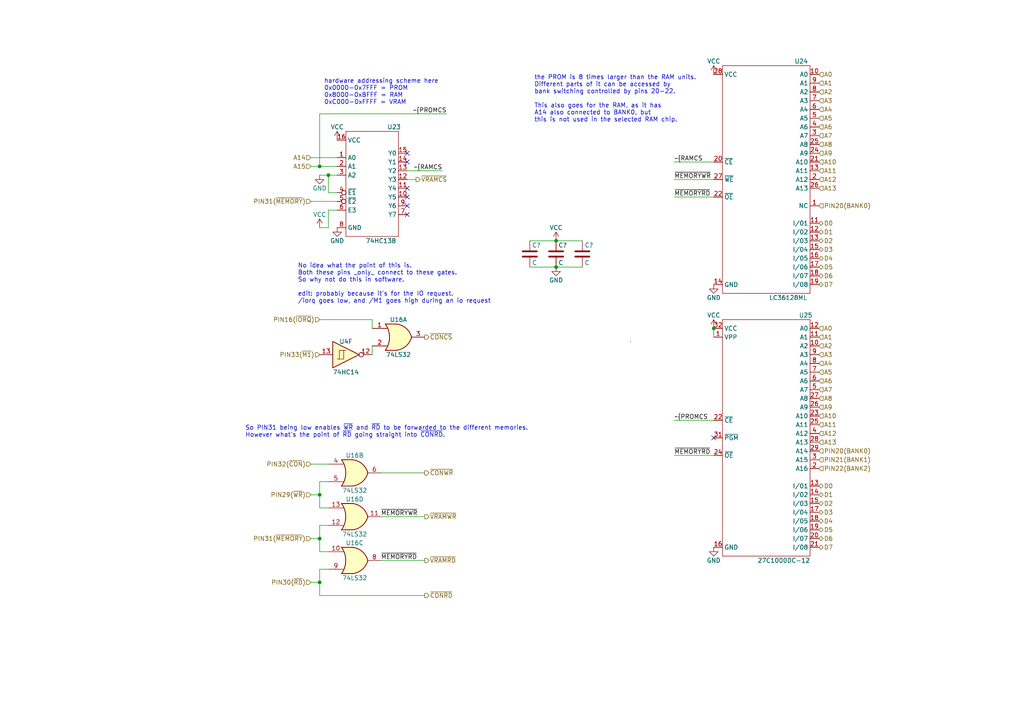
<source format=kicad_sch>
(kicad_sch (version 20211123) (generator eeschema)

  (uuid 051b0ea1-090f-49dc-8ed6-c3088bd85a81)

  (paper "A4")

  (lib_symbols
    (symbol "74xx:74HC14" (pin_names (offset 1.016)) (in_bom yes) (on_board yes)
      (property "Reference" "U" (id 0) (at 0 1.27 0)
        (effects (font (size 1.27 1.27)))
      )
      (property "Value" "74HC14" (id 1) (at 0 -1.27 0)
        (effects (font (size 1.27 1.27)))
      )
      (property "Footprint" "" (id 2) (at 0 0 0)
        (effects (font (size 1.27 1.27)) hide)
      )
      (property "Datasheet" "http://www.ti.com/lit/gpn/sn74HC14" (id 3) (at 0 0 0)
        (effects (font (size 1.27 1.27)) hide)
      )
      (property "ki_locked" "" (id 4) (at 0 0 0)
        (effects (font (size 1.27 1.27)))
      )
      (property "ki_keywords" "HCMOS not inverter" (id 5) (at 0 0 0)
        (effects (font (size 1.27 1.27)) hide)
      )
      (property "ki_description" "Hex inverter schmitt trigger" (id 6) (at 0 0 0)
        (effects (font (size 1.27 1.27)) hide)
      )
      (property "ki_fp_filters" "DIP*W7.62mm*" (id 7) (at 0 0 0)
        (effects (font (size 1.27 1.27)) hide)
      )
      (symbol "74HC14_1_0"
        (polyline
          (pts
            (xy -3.81 3.81)
            (xy -3.81 -3.81)
            (xy 3.81 0)
            (xy -3.81 3.81)
          )
          (stroke (width 0.254) (type default) (color 0 0 0 0))
          (fill (type background))
        )
        (pin input line (at -7.62 0 0) (length 3.81)
          (name "~" (effects (font (size 1.27 1.27))))
          (number "1" (effects (font (size 1.27 1.27))))
        )
        (pin output inverted (at 7.62 0 180) (length 3.81)
          (name "~" (effects (font (size 1.27 1.27))))
          (number "2" (effects (font (size 1.27 1.27))))
        )
      )
      (symbol "74HC14_1_1"
        (polyline
          (pts
            (xy -1.905 -1.27)
            (xy -1.905 1.27)
            (xy -0.635 1.27)
          )
          (stroke (width 0) (type default) (color 0 0 0 0))
          (fill (type none))
        )
        (polyline
          (pts
            (xy -2.54 -1.27)
            (xy -0.635 -1.27)
            (xy -0.635 1.27)
            (xy 0 1.27)
          )
          (stroke (width 0) (type default) (color 0 0 0 0))
          (fill (type none))
        )
      )
      (symbol "74HC14_2_0"
        (polyline
          (pts
            (xy -3.81 3.81)
            (xy -3.81 -3.81)
            (xy 3.81 0)
            (xy -3.81 3.81)
          )
          (stroke (width 0.254) (type default) (color 0 0 0 0))
          (fill (type background))
        )
        (pin input line (at -7.62 0 0) (length 3.81)
          (name "~" (effects (font (size 1.27 1.27))))
          (number "3" (effects (font (size 1.27 1.27))))
        )
        (pin output inverted (at 7.62 0 180) (length 3.81)
          (name "~" (effects (font (size 1.27 1.27))))
          (number "4" (effects (font (size 1.27 1.27))))
        )
      )
      (symbol "74HC14_2_1"
        (polyline
          (pts
            (xy -1.905 -1.27)
            (xy -1.905 1.27)
            (xy -0.635 1.27)
          )
          (stroke (width 0) (type default) (color 0 0 0 0))
          (fill (type none))
        )
        (polyline
          (pts
            (xy -2.54 -1.27)
            (xy -0.635 -1.27)
            (xy -0.635 1.27)
            (xy 0 1.27)
          )
          (stroke (width 0) (type default) (color 0 0 0 0))
          (fill (type none))
        )
      )
      (symbol "74HC14_3_0"
        (polyline
          (pts
            (xy -3.81 3.81)
            (xy -3.81 -3.81)
            (xy 3.81 0)
            (xy -3.81 3.81)
          )
          (stroke (width 0.254) (type default) (color 0 0 0 0))
          (fill (type background))
        )
        (pin input line (at -7.62 0 0) (length 3.81)
          (name "~" (effects (font (size 1.27 1.27))))
          (number "5" (effects (font (size 1.27 1.27))))
        )
        (pin output inverted (at 7.62 0 180) (length 3.81)
          (name "~" (effects (font (size 1.27 1.27))))
          (number "6" (effects (font (size 1.27 1.27))))
        )
      )
      (symbol "74HC14_3_1"
        (polyline
          (pts
            (xy -1.905 -1.27)
            (xy -1.905 1.27)
            (xy -0.635 1.27)
          )
          (stroke (width 0) (type default) (color 0 0 0 0))
          (fill (type none))
        )
        (polyline
          (pts
            (xy -2.54 -1.27)
            (xy -0.635 -1.27)
            (xy -0.635 1.27)
            (xy 0 1.27)
          )
          (stroke (width 0) (type default) (color 0 0 0 0))
          (fill (type none))
        )
      )
      (symbol "74HC14_4_0"
        (polyline
          (pts
            (xy -3.81 3.81)
            (xy -3.81 -3.81)
            (xy 3.81 0)
            (xy -3.81 3.81)
          )
          (stroke (width 0.254) (type default) (color 0 0 0 0))
          (fill (type background))
        )
        (pin output inverted (at 7.62 0 180) (length 3.81)
          (name "~" (effects (font (size 1.27 1.27))))
          (number "8" (effects (font (size 1.27 1.27))))
        )
        (pin input line (at -7.62 0 0) (length 3.81)
          (name "~" (effects (font (size 1.27 1.27))))
          (number "9" (effects (font (size 1.27 1.27))))
        )
      )
      (symbol "74HC14_4_1"
        (polyline
          (pts
            (xy -1.905 -1.27)
            (xy -1.905 1.27)
            (xy -0.635 1.27)
          )
          (stroke (width 0) (type default) (color 0 0 0 0))
          (fill (type none))
        )
        (polyline
          (pts
            (xy -2.54 -1.27)
            (xy -0.635 -1.27)
            (xy -0.635 1.27)
            (xy 0 1.27)
          )
          (stroke (width 0) (type default) (color 0 0 0 0))
          (fill (type none))
        )
      )
      (symbol "74HC14_5_0"
        (polyline
          (pts
            (xy -3.81 3.81)
            (xy -3.81 -3.81)
            (xy 3.81 0)
            (xy -3.81 3.81)
          )
          (stroke (width 0.254) (type default) (color 0 0 0 0))
          (fill (type background))
        )
        (pin output inverted (at 7.62 0 180) (length 3.81)
          (name "~" (effects (font (size 1.27 1.27))))
          (number "10" (effects (font (size 1.27 1.27))))
        )
        (pin input line (at -7.62 0 0) (length 3.81)
          (name "~" (effects (font (size 1.27 1.27))))
          (number "11" (effects (font (size 1.27 1.27))))
        )
      )
      (symbol "74HC14_5_1"
        (polyline
          (pts
            (xy -1.905 -1.27)
            (xy -1.905 1.27)
            (xy -0.635 1.27)
          )
          (stroke (width 0) (type default) (color 0 0 0 0))
          (fill (type none))
        )
        (polyline
          (pts
            (xy -2.54 -1.27)
            (xy -0.635 -1.27)
            (xy -0.635 1.27)
            (xy 0 1.27)
          )
          (stroke (width 0) (type default) (color 0 0 0 0))
          (fill (type none))
        )
      )
      (symbol "74HC14_6_0"
        (polyline
          (pts
            (xy -3.81 3.81)
            (xy -3.81 -3.81)
            (xy 3.81 0)
            (xy -3.81 3.81)
          )
          (stroke (width 0.254) (type default) (color 0 0 0 0))
          (fill (type background))
        )
        (pin output inverted (at 7.62 0 180) (length 3.81)
          (name "~" (effects (font (size 1.27 1.27))))
          (number "12" (effects (font (size 1.27 1.27))))
        )
        (pin input line (at -7.62 0 0) (length 3.81)
          (name "~" (effects (font (size 1.27 1.27))))
          (number "13" (effects (font (size 1.27 1.27))))
        )
      )
      (symbol "74HC14_6_1"
        (polyline
          (pts
            (xy -1.905 -1.27)
            (xy -1.905 1.27)
            (xy -0.635 1.27)
          )
          (stroke (width 0) (type default) (color 0 0 0 0))
          (fill (type none))
        )
        (polyline
          (pts
            (xy -2.54 -1.27)
            (xy -0.635 -1.27)
            (xy -0.635 1.27)
            (xy 0 1.27)
          )
          (stroke (width 0) (type default) (color 0 0 0 0))
          (fill (type none))
        )
      )
      (symbol "74HC14_7_0"
        (pin power_in line (at 0 12.7 270) (length 5.08)
          (name "VCC" (effects (font (size 1.27 1.27))))
          (number "14" (effects (font (size 1.27 1.27))))
        )
        (pin power_in line (at 0 -12.7 90) (length 5.08)
          (name "GND" (effects (font (size 1.27 1.27))))
          (number "7" (effects (font (size 1.27 1.27))))
        )
      )
      (symbol "74HC14_7_1"
        (rectangle (start -5.08 7.62) (end 5.08 -7.62)
          (stroke (width 0.254) (type default) (color 0 0 0 0))
          (fill (type background))
        )
      )
    )
    (symbol "74xx:74LS32" (pin_names (offset 1.016)) (in_bom yes) (on_board yes)
      (property "Reference" "U" (id 0) (at 0 1.27 0)
        (effects (font (size 1.27 1.27)))
      )
      (property "Value" "74LS32" (id 1) (at 0 -1.27 0)
        (effects (font (size 1.27 1.27)))
      )
      (property "Footprint" "" (id 2) (at 0 0 0)
        (effects (font (size 1.27 1.27)) hide)
      )
      (property "Datasheet" "http://www.ti.com/lit/gpn/sn74LS32" (id 3) (at 0 0 0)
        (effects (font (size 1.27 1.27)) hide)
      )
      (property "ki_locked" "" (id 4) (at 0 0 0)
        (effects (font (size 1.27 1.27)))
      )
      (property "ki_keywords" "TTL Or2" (id 5) (at 0 0 0)
        (effects (font (size 1.27 1.27)) hide)
      )
      (property "ki_description" "Quad 2-input OR" (id 6) (at 0 0 0)
        (effects (font (size 1.27 1.27)) hide)
      )
      (property "ki_fp_filters" "DIP?14*" (id 7) (at 0 0 0)
        (effects (font (size 1.27 1.27)) hide)
      )
      (symbol "74LS32_1_1"
        (arc (start -3.81 -3.81) (mid -2.589 0) (end -3.81 3.81)
          (stroke (width 0.254) (type default) (color 0 0 0 0))
          (fill (type none))
        )
        (arc (start -0.6096 -3.81) (mid 2.1842 -2.5851) (end 3.81 0)
          (stroke (width 0.254) (type default) (color 0 0 0 0))
          (fill (type background))
        )
        (polyline
          (pts
            (xy -3.81 -3.81)
            (xy -0.635 -3.81)
          )
          (stroke (width 0.254) (type default) (color 0 0 0 0))
          (fill (type background))
        )
        (polyline
          (pts
            (xy -3.81 3.81)
            (xy -0.635 3.81)
          )
          (stroke (width 0.254) (type default) (color 0 0 0 0))
          (fill (type background))
        )
        (polyline
          (pts
            (xy -0.635 3.81)
            (xy -3.81 3.81)
            (xy -3.81 3.81)
            (xy -3.556 3.4036)
            (xy -3.0226 2.2606)
            (xy -2.6924 1.0414)
            (xy -2.6162 -0.254)
            (xy -2.7686 -1.4986)
            (xy -3.175 -2.7178)
            (xy -3.81 -3.81)
            (xy -3.81 -3.81)
            (xy -0.635 -3.81)
          )
          (stroke (width -25.4) (type default) (color 0 0 0 0))
          (fill (type background))
        )
        (arc (start 3.81 0) (mid 2.1915 2.5936) (end -0.6096 3.81)
          (stroke (width 0.254) (type default) (color 0 0 0 0))
          (fill (type background))
        )
        (pin input line (at -7.62 2.54 0) (length 4.318)
          (name "~" (effects (font (size 1.27 1.27))))
          (number "1" (effects (font (size 1.27 1.27))))
        )
        (pin input line (at -7.62 -2.54 0) (length 4.318)
          (name "~" (effects (font (size 1.27 1.27))))
          (number "2" (effects (font (size 1.27 1.27))))
        )
        (pin output line (at 7.62 0 180) (length 3.81)
          (name "~" (effects (font (size 1.27 1.27))))
          (number "3" (effects (font (size 1.27 1.27))))
        )
      )
      (symbol "74LS32_1_2"
        (arc (start 0 -3.81) (mid 3.81 0) (end 0 3.81)
          (stroke (width 0.254) (type default) (color 0 0 0 0))
          (fill (type background))
        )
        (polyline
          (pts
            (xy 0 3.81)
            (xy -3.81 3.81)
            (xy -3.81 -3.81)
            (xy 0 -3.81)
          )
          (stroke (width 0.254) (type default) (color 0 0 0 0))
          (fill (type background))
        )
        (pin input inverted (at -7.62 2.54 0) (length 3.81)
          (name "~" (effects (font (size 1.27 1.27))))
          (number "1" (effects (font (size 1.27 1.27))))
        )
        (pin input inverted (at -7.62 -2.54 0) (length 3.81)
          (name "~" (effects (font (size 1.27 1.27))))
          (number "2" (effects (font (size 1.27 1.27))))
        )
        (pin output inverted (at 7.62 0 180) (length 3.81)
          (name "~" (effects (font (size 1.27 1.27))))
          (number "3" (effects (font (size 1.27 1.27))))
        )
      )
      (symbol "74LS32_2_1"
        (arc (start -3.81 -3.81) (mid -2.589 0) (end -3.81 3.81)
          (stroke (width 0.254) (type default) (color 0 0 0 0))
          (fill (type none))
        )
        (arc (start -0.6096 -3.81) (mid 2.1842 -2.5851) (end 3.81 0)
          (stroke (width 0.254) (type default) (color 0 0 0 0))
          (fill (type background))
        )
        (polyline
          (pts
            (xy -3.81 -3.81)
            (xy -0.635 -3.81)
          )
          (stroke (width 0.254) (type default) (color 0 0 0 0))
          (fill (type background))
        )
        (polyline
          (pts
            (xy -3.81 3.81)
            (xy -0.635 3.81)
          )
          (stroke (width 0.254) (type default) (color 0 0 0 0))
          (fill (type background))
        )
        (polyline
          (pts
            (xy -0.635 3.81)
            (xy -3.81 3.81)
            (xy -3.81 3.81)
            (xy -3.556 3.4036)
            (xy -3.0226 2.2606)
            (xy -2.6924 1.0414)
            (xy -2.6162 -0.254)
            (xy -2.7686 -1.4986)
            (xy -3.175 -2.7178)
            (xy -3.81 -3.81)
            (xy -3.81 -3.81)
            (xy -0.635 -3.81)
          )
          (stroke (width -25.4) (type default) (color 0 0 0 0))
          (fill (type background))
        )
        (arc (start 3.81 0) (mid 2.1915 2.5936) (end -0.6096 3.81)
          (stroke (width 0.254) (type default) (color 0 0 0 0))
          (fill (type background))
        )
        (pin input line (at -7.62 2.54 0) (length 4.318)
          (name "~" (effects (font (size 1.27 1.27))))
          (number "4" (effects (font (size 1.27 1.27))))
        )
        (pin input line (at -7.62 -2.54 0) (length 4.318)
          (name "~" (effects (font (size 1.27 1.27))))
          (number "5" (effects (font (size 1.27 1.27))))
        )
        (pin output line (at 7.62 0 180) (length 3.81)
          (name "~" (effects (font (size 1.27 1.27))))
          (number "6" (effects (font (size 1.27 1.27))))
        )
      )
      (symbol "74LS32_2_2"
        (arc (start 0 -3.81) (mid 3.81 0) (end 0 3.81)
          (stroke (width 0.254) (type default) (color 0 0 0 0))
          (fill (type background))
        )
        (polyline
          (pts
            (xy 0 3.81)
            (xy -3.81 3.81)
            (xy -3.81 -3.81)
            (xy 0 -3.81)
          )
          (stroke (width 0.254) (type default) (color 0 0 0 0))
          (fill (type background))
        )
        (pin input inverted (at -7.62 2.54 0) (length 3.81)
          (name "~" (effects (font (size 1.27 1.27))))
          (number "4" (effects (font (size 1.27 1.27))))
        )
        (pin input inverted (at -7.62 -2.54 0) (length 3.81)
          (name "~" (effects (font (size 1.27 1.27))))
          (number "5" (effects (font (size 1.27 1.27))))
        )
        (pin output inverted (at 7.62 0 180) (length 3.81)
          (name "~" (effects (font (size 1.27 1.27))))
          (number "6" (effects (font (size 1.27 1.27))))
        )
      )
      (symbol "74LS32_3_1"
        (arc (start -3.81 -3.81) (mid -2.589 0) (end -3.81 3.81)
          (stroke (width 0.254) (type default) (color 0 0 0 0))
          (fill (type none))
        )
        (arc (start -0.6096 -3.81) (mid 2.1842 -2.5851) (end 3.81 0)
          (stroke (width 0.254) (type default) (color 0 0 0 0))
          (fill (type background))
        )
        (polyline
          (pts
            (xy -3.81 -3.81)
            (xy -0.635 -3.81)
          )
          (stroke (width 0.254) (type default) (color 0 0 0 0))
          (fill (type background))
        )
        (polyline
          (pts
            (xy -3.81 3.81)
            (xy -0.635 3.81)
          )
          (stroke (width 0.254) (type default) (color 0 0 0 0))
          (fill (type background))
        )
        (polyline
          (pts
            (xy -0.635 3.81)
            (xy -3.81 3.81)
            (xy -3.81 3.81)
            (xy -3.556 3.4036)
            (xy -3.0226 2.2606)
            (xy -2.6924 1.0414)
            (xy -2.6162 -0.254)
            (xy -2.7686 -1.4986)
            (xy -3.175 -2.7178)
            (xy -3.81 -3.81)
            (xy -3.81 -3.81)
            (xy -0.635 -3.81)
          )
          (stroke (width -25.4) (type default) (color 0 0 0 0))
          (fill (type background))
        )
        (arc (start 3.81 0) (mid 2.1915 2.5936) (end -0.6096 3.81)
          (stroke (width 0.254) (type default) (color 0 0 0 0))
          (fill (type background))
        )
        (pin input line (at -7.62 -2.54 0) (length 4.318)
          (name "~" (effects (font (size 1.27 1.27))))
          (number "10" (effects (font (size 1.27 1.27))))
        )
        (pin output line (at 7.62 0 180) (length 3.81)
          (name "~" (effects (font (size 1.27 1.27))))
          (number "8" (effects (font (size 1.27 1.27))))
        )
        (pin input line (at -7.62 2.54 0) (length 4.318)
          (name "~" (effects (font (size 1.27 1.27))))
          (number "9" (effects (font (size 1.27 1.27))))
        )
      )
      (symbol "74LS32_3_2"
        (arc (start 0 -3.81) (mid 3.81 0) (end 0 3.81)
          (stroke (width 0.254) (type default) (color 0 0 0 0))
          (fill (type background))
        )
        (polyline
          (pts
            (xy 0 3.81)
            (xy -3.81 3.81)
            (xy -3.81 -3.81)
            (xy 0 -3.81)
          )
          (stroke (width 0.254) (type default) (color 0 0 0 0))
          (fill (type background))
        )
        (pin input inverted (at -7.62 -2.54 0) (length 3.81)
          (name "~" (effects (font (size 1.27 1.27))))
          (number "10" (effects (font (size 1.27 1.27))))
        )
        (pin output inverted (at 7.62 0 180) (length 3.81)
          (name "~" (effects (font (size 1.27 1.27))))
          (number "8" (effects (font (size 1.27 1.27))))
        )
        (pin input inverted (at -7.62 2.54 0) (length 3.81)
          (name "~" (effects (font (size 1.27 1.27))))
          (number "9" (effects (font (size 1.27 1.27))))
        )
      )
      (symbol "74LS32_4_1"
        (arc (start -3.81 -3.81) (mid -2.589 0) (end -3.81 3.81)
          (stroke (width 0.254) (type default) (color 0 0 0 0))
          (fill (type none))
        )
        (arc (start -0.6096 -3.81) (mid 2.1842 -2.5851) (end 3.81 0)
          (stroke (width 0.254) (type default) (color 0 0 0 0))
          (fill (type background))
        )
        (polyline
          (pts
            (xy -3.81 -3.81)
            (xy -0.635 -3.81)
          )
          (stroke (width 0.254) (type default) (color 0 0 0 0))
          (fill (type background))
        )
        (polyline
          (pts
            (xy -3.81 3.81)
            (xy -0.635 3.81)
          )
          (stroke (width 0.254) (type default) (color 0 0 0 0))
          (fill (type background))
        )
        (polyline
          (pts
            (xy -0.635 3.81)
            (xy -3.81 3.81)
            (xy -3.81 3.81)
            (xy -3.556 3.4036)
            (xy -3.0226 2.2606)
            (xy -2.6924 1.0414)
            (xy -2.6162 -0.254)
            (xy -2.7686 -1.4986)
            (xy -3.175 -2.7178)
            (xy -3.81 -3.81)
            (xy -3.81 -3.81)
            (xy -0.635 -3.81)
          )
          (stroke (width -25.4) (type default) (color 0 0 0 0))
          (fill (type background))
        )
        (arc (start 3.81 0) (mid 2.1915 2.5936) (end -0.6096 3.81)
          (stroke (width 0.254) (type default) (color 0 0 0 0))
          (fill (type background))
        )
        (pin output line (at 7.62 0 180) (length 3.81)
          (name "~" (effects (font (size 1.27 1.27))))
          (number "11" (effects (font (size 1.27 1.27))))
        )
        (pin input line (at -7.62 2.54 0) (length 4.318)
          (name "~" (effects (font (size 1.27 1.27))))
          (number "12" (effects (font (size 1.27 1.27))))
        )
        (pin input line (at -7.62 -2.54 0) (length 4.318)
          (name "~" (effects (font (size 1.27 1.27))))
          (number "13" (effects (font (size 1.27 1.27))))
        )
      )
      (symbol "74LS32_4_2"
        (arc (start 0 -3.81) (mid 3.81 0) (end 0 3.81)
          (stroke (width 0.254) (type default) (color 0 0 0 0))
          (fill (type background))
        )
        (polyline
          (pts
            (xy 0 3.81)
            (xy -3.81 3.81)
            (xy -3.81 -3.81)
            (xy 0 -3.81)
          )
          (stroke (width 0.254) (type default) (color 0 0 0 0))
          (fill (type background))
        )
        (pin output inverted (at 7.62 0 180) (length 3.81)
          (name "~" (effects (font (size 1.27 1.27))))
          (number "11" (effects (font (size 1.27 1.27))))
        )
        (pin input inverted (at -7.62 2.54 0) (length 3.81)
          (name "~" (effects (font (size 1.27 1.27))))
          (number "12" (effects (font (size 1.27 1.27))))
        )
        (pin input inverted (at -7.62 -2.54 0) (length 3.81)
          (name "~" (effects (font (size 1.27 1.27))))
          (number "13" (effects (font (size 1.27 1.27))))
        )
      )
      (symbol "74LS32_5_0"
        (pin power_in line (at 0 12.7 270) (length 5.08)
          (name "VCC" (effects (font (size 1.27 1.27))))
          (number "14" (effects (font (size 1.27 1.27))))
        )
        (pin power_in line (at 0 -12.7 90) (length 5.08)
          (name "GND" (effects (font (size 1.27 1.27))))
          (number "7" (effects (font (size 1.27 1.27))))
        )
      )
      (symbol "74LS32_5_1"
        (rectangle (start -5.08 7.62) (end 5.08 -7.62)
          (stroke (width 0.254) (type default) (color 0 0 0 0))
          (fill (type background))
        )
      )
    )
    (symbol "Device:C" (pin_numbers hide) (pin_names (offset 0.254)) (in_bom yes) (on_board yes)
      (property "Reference" "C" (id 0) (at 0.635 2.54 0)
        (effects (font (size 1.27 1.27)) (justify left))
      )
      (property "Value" "C" (id 1) (at 0.635 -2.54 0)
        (effects (font (size 1.27 1.27)) (justify left))
      )
      (property "Footprint" "" (id 2) (at 0.9652 -3.81 0)
        (effects (font (size 1.27 1.27)) hide)
      )
      (property "Datasheet" "~" (id 3) (at 0 0 0)
        (effects (font (size 1.27 1.27)) hide)
      )
      (property "ki_keywords" "cap capacitor" (id 4) (at 0 0 0)
        (effects (font (size 1.27 1.27)) hide)
      )
      (property "ki_description" "Unpolarized capacitor" (id 5) (at 0 0 0)
        (effects (font (size 1.27 1.27)) hide)
      )
      (property "ki_fp_filters" "C_*" (id 6) (at 0 0 0)
        (effects (font (size 1.27 1.27)) hide)
      )
      (symbol "C_0_1"
        (polyline
          (pts
            (xy -2.032 -0.762)
            (xy 2.032 -0.762)
          )
          (stroke (width 0.508) (type default) (color 0 0 0 0))
          (fill (type none))
        )
        (polyline
          (pts
            (xy -2.032 0.762)
            (xy 2.032 0.762)
          )
          (stroke (width 0.508) (type default) (color 0 0 0 0))
          (fill (type none))
        )
      )
      (symbol "C_1_1"
        (pin passive line (at 0 3.81 270) (length 2.794)
          (name "~" (effects (font (size 1.27 1.27))))
          (number "1" (effects (font (size 1.27 1.27))))
        )
        (pin passive line (at 0 -3.81 90) (length 2.794)
          (name "~" (effects (font (size 1.27 1.27))))
          (number "2" (effects (font (size 1.27 1.27))))
        )
      )
    )
    (symbol "ledmatrix:27C1000DC-12" (in_bom yes) (on_board yes)
      (property "Reference" "U" (id 0) (at 11.43 35.56 0)
        (effects (font (size 1.27 1.27)))
      )
      (property "Value" "27C1000DC-12" (id 1) (at 5.08 -35.56 0)
        (effects (font (size 1.27 1.27)))
      )
      (property "Footprint" "" (id 2) (at 0 0 0)
        (effects (font (size 1.27 1.27)) hide)
      )
      (property "Datasheet" "" (id 3) (at 0 0 0)
        (effects (font (size 1.27 1.27)) hide)
      )
      (symbol "27C1000DC-12_0_1"
        (rectangle (start -39.37 27.94) (end -39.37 27.94)
          (stroke (width 0) (type default) (color 0 0 0 0))
          (fill (type none))
        )
        (rectangle (start -39.37 27.94) (end -39.37 27.94)
          (stroke (width 0) (type default) (color 0 0 0 0))
          (fill (type none))
        )
        (rectangle (start -39.37 27.94) (end -39.37 27.94)
          (stroke (width 0) (type default) (color 0 0 0 0))
          (fill (type none))
        )
        (rectangle (start -12.7 34.29) (end 12.7 -34.29)
          (stroke (width 0) (type default) (color 0 0 0 0))
          (fill (type none))
        )
      )
      (symbol "27C1000DC-12_1_1"
        (pin power_in line (at -15.24 29.21 0) (length 2.54)
          (name "VPP" (effects (font (size 1.27 1.27))))
          (number "1" (effects (font (size 1.27 1.27))))
        )
        (pin input line (at 15.24 26.67 180) (length 2.54)
          (name "A2" (effects (font (size 1.27 1.27))))
          (number "10" (effects (font (size 1.27 1.27))))
        )
        (pin input line (at 15.24 29.21 180) (length 2.54)
          (name "A1" (effects (font (size 1.27 1.27))))
          (number "11" (effects (font (size 1.27 1.27))))
        )
        (pin input line (at 15.24 31.75 180) (length 2.54)
          (name "A0" (effects (font (size 1.27 1.27))))
          (number "12" (effects (font (size 1.27 1.27))))
        )
        (pin bidirectional line (at 15.24 -13.97 180) (length 2.54)
          (name "I/01" (effects (font (size 1.27 1.27))))
          (number "13" (effects (font (size 1.27 1.27))))
        )
        (pin bidirectional line (at 15.24 -16.51 180) (length 2.54)
          (name "I/02" (effects (font (size 1.27 1.27))))
          (number "14" (effects (font (size 1.27 1.27))))
        )
        (pin bidirectional line (at 15.24 -19.05 180) (length 2.54)
          (name "I/03" (effects (font (size 1.27 1.27))))
          (number "15" (effects (font (size 1.27 1.27))))
        )
        (pin power_in line (at -15.24 -31.75 0) (length 2.54)
          (name "GND" (effects (font (size 1.27 1.27))))
          (number "16" (effects (font (size 1.27 1.27))))
        )
        (pin bidirectional line (at 15.24 -21.59 180) (length 2.54)
          (name "I/04" (effects (font (size 1.27 1.27))))
          (number "17" (effects (font (size 1.27 1.27))))
        )
        (pin bidirectional line (at 15.24 -24.13 180) (length 2.54)
          (name "I/05" (effects (font (size 1.27 1.27))))
          (number "18" (effects (font (size 1.27 1.27))))
        )
        (pin bidirectional line (at 15.24 -26.67 180) (length 2.54)
          (name "I/06" (effects (font (size 1.27 1.27))))
          (number "19" (effects (font (size 1.27 1.27))))
        )
        (pin input line (at 15.24 -8.89 180) (length 2.54)
          (name "A16" (effects (font (size 1.27 1.27))))
          (number "2" (effects (font (size 1.27 1.27))))
        )
        (pin bidirectional line (at 15.24 -29.21 180) (length 2.54)
          (name "I/07" (effects (font (size 1.27 1.27))))
          (number "20" (effects (font (size 1.27 1.27))))
        )
        (pin bidirectional line (at 15.24 -31.75 180) (length 2.54)
          (name "I/08" (effects (font (size 1.27 1.27))))
          (number "21" (effects (font (size 1.27 1.27))))
        )
        (pin input line (at -15.24 5.08 0) (length 2.54)
          (name "~{CE}" (effects (font (size 1.27 1.27))))
          (number "22" (effects (font (size 1.27 1.27))))
        )
        (pin input line (at 15.24 6.35 180) (length 2.54)
          (name "A10" (effects (font (size 1.27 1.27))))
          (number "23" (effects (font (size 1.27 1.27))))
        )
        (pin input line (at -15.24 -5.08 0) (length 2.54)
          (name "~{OE}" (effects (font (size 1.27 1.27))))
          (number "24" (effects (font (size 1.27 1.27))))
        )
        (pin input line (at 15.24 3.81 180) (length 2.54)
          (name "A11" (effects (font (size 1.27 1.27))))
          (number "25" (effects (font (size 1.27 1.27))))
        )
        (pin input line (at 15.24 8.89 180) (length 2.54)
          (name "A9" (effects (font (size 1.27 1.27))))
          (number "26" (effects (font (size 1.27 1.27))))
        )
        (pin input line (at 15.24 11.43 180) (length 2.54)
          (name "A8" (effects (font (size 1.27 1.27))))
          (number "27" (effects (font (size 1.27 1.27))))
        )
        (pin input line (at 15.24 -1.27 180) (length 2.54)
          (name "A13" (effects (font (size 1.27 1.27))))
          (number "28" (effects (font (size 1.27 1.27))))
        )
        (pin input line (at 15.24 -3.81 180) (length 2.54)
          (name "A14" (effects (font (size 1.27 1.27))))
          (number "29" (effects (font (size 1.27 1.27))))
        )
        (pin input line (at 15.24 -6.35 180) (length 2.54)
          (name "A15" (effects (font (size 1.27 1.27))))
          (number "3" (effects (font (size 1.27 1.27))))
        )
        (pin input line (at -15.24 0 0) (length 2.54)
          (name "~{PGM}" (effects (font (size 1.27 1.27))))
          (number "31" (effects (font (size 1.27 1.27))))
        )
        (pin power_in line (at -15.24 31.75 0) (length 2.54)
          (name "VCC" (effects (font (size 1.27 1.27))))
          (number "32" (effects (font (size 1.27 1.27))))
        )
        (pin input line (at 15.24 1.27 180) (length 2.54)
          (name "A12" (effects (font (size 1.27 1.27))))
          (number "4" (effects (font (size 1.27 1.27))))
        )
        (pin input line (at 15.24 13.97 180) (length 2.54)
          (name "A7" (effects (font (size 1.27 1.27))))
          (number "5" (effects (font (size 1.27 1.27))))
        )
        (pin input line (at 15.24 16.51 180) (length 2.54)
          (name "A6" (effects (font (size 1.27 1.27))))
          (number "6" (effects (font (size 1.27 1.27))))
        )
        (pin input line (at 15.24 19.05 180) (length 2.54)
          (name "A5" (effects (font (size 1.27 1.27))))
          (number "7" (effects (font (size 1.27 1.27))))
        )
        (pin input line (at 15.24 21.59 180) (length 2.54)
          (name "A4" (effects (font (size 1.27 1.27))))
          (number "8" (effects (font (size 1.27 1.27))))
        )
        (pin input line (at 15.24 24.13 180) (length 2.54)
          (name "A3" (effects (font (size 1.27 1.27))))
          (number "9" (effects (font (size 1.27 1.27))))
        )
      )
    )
    (symbol "ledmatrix:74HC138" (in_bom yes) (on_board yes)
      (property "Reference" "U" (id 0) (at 6.35 16.51 0)
        (effects (font (size 1.27 1.27)))
      )
      (property "Value" "74HC138" (id 1) (at 2.54 -16.51 0)
        (effects (font (size 1.27 1.27)))
      )
      (property "Footprint" "" (id 2) (at 0 0 0)
        (effects (font (size 1.27 1.27)) hide)
      )
      (property "Datasheet" "" (id 3) (at 0 0 0)
        (effects (font (size 1.27 1.27)) hide)
      )
      (property "ki_description" "8way demux, ACTIVE LOW" (id 4) (at 0 0 0)
        (effects (font (size 1.27 1.27)) hide)
      )
      (symbol "74HC138_0_1"
        (rectangle (start -7.62 15.24) (end 7.62 -15.24)
          (stroke (width 0) (type default) (color 0 0 0 0))
          (fill (type none))
        )
      )
      (symbol "74HC138_1_1"
        (pin input line (at -10.16 7.62 0) (length 2.54)
          (name "A0" (effects (font (size 1.27 1.27))))
          (number "1" (effects (font (size 1.27 1.27))))
        )
        (pin output line (at 10.16 -3.81 180) (length 2.54)
          (name "Y5" (effects (font (size 1.27 1.27))))
          (number "10" (effects (font (size 1.27 1.27))))
        )
        (pin output line (at 10.16 -1.27 180) (length 2.54)
          (name "Y4" (effects (font (size 1.27 1.27))))
          (number "11" (effects (font (size 1.27 1.27))))
        )
        (pin output line (at 10.16 1.27 180) (length 2.54)
          (name "Y3" (effects (font (size 1.27 1.27))))
          (number "12" (effects (font (size 1.27 1.27))))
        )
        (pin output line (at 10.16 3.81 180) (length 2.54)
          (name "Y2" (effects (font (size 1.27 1.27))))
          (number "13" (effects (font (size 1.27 1.27))))
        )
        (pin output line (at 10.16 6.35 180) (length 2.54)
          (name "Y1" (effects (font (size 1.27 1.27))))
          (number "14" (effects (font (size 1.27 1.27))))
        )
        (pin output line (at 10.16 8.89 180) (length 2.54)
          (name "Y0" (effects (font (size 1.27 1.27))))
          (number "15" (effects (font (size 1.27 1.27))))
        )
        (pin power_in line (at -10.16 12.7 0) (length 2.54)
          (name "VCC" (effects (font (size 1.27 1.27))))
          (number "16" (effects (font (size 1.27 1.27))))
        )
        (pin input line (at -10.16 5.08 0) (length 2.54)
          (name "A1" (effects (font (size 1.27 1.27))))
          (number "2" (effects (font (size 1.27 1.27))))
        )
        (pin input line (at -10.16 2.54 0) (length 2.54)
          (name "A2" (effects (font (size 1.27 1.27))))
          (number "3" (effects (font (size 1.27 1.27))))
        )
        (pin input inverted (at -10.16 -2.54 0) (length 2.54)
          (name "~{E1}" (effects (font (size 1.27 1.27))))
          (number "4" (effects (font (size 1.27 1.27))))
        )
        (pin input inverted (at -10.16 -5.08 0) (length 2.54)
          (name "~{E2}" (effects (font (size 1.27 1.27))))
          (number "5" (effects (font (size 1.27 1.27))))
        )
        (pin input line (at -10.16 -7.62 0) (length 2.54)
          (name "E3" (effects (font (size 1.27 1.27))))
          (number "6" (effects (font (size 1.27 1.27))))
        )
        (pin output line (at 10.16 -8.89 180) (length 2.54)
          (name "Y7" (effects (font (size 1.27 1.27))))
          (number "7" (effects (font (size 1.27 1.27))))
        )
        (pin power_in line (at -10.16 -12.7 0) (length 2.54)
          (name "GND" (effects (font (size 1.27 1.27))))
          (number "8" (effects (font (size 1.27 1.27))))
        )
        (pin output line (at 10.16 -6.35 180) (length 2.54)
          (name "Y6" (effects (font (size 1.27 1.27))))
          (number "9" (effects (font (size 1.27 1.27))))
        )
      )
    )
    (symbol "ledmatrix:LC36128ML" (in_bom yes) (on_board yes)
      (property "Reference" "U" (id 0) (at 10.16 34.29 0)
        (effects (font (size 1.27 1.27)))
      )
      (property "Value" "LC36128ML" (id 1) (at 6.35 -34.29 0)
        (effects (font (size 1.27 1.27)))
      )
      (property "Footprint" "" (id 2) (at 0 0 0)
        (effects (font (size 1.27 1.27)) hide)
      )
      (property "Datasheet" "" (id 3) (at 0 0 0)
        (effects (font (size 1.27 1.27)) hide)
      )
      (symbol "LC36128ML_0_1"
        (rectangle (start -12.7 33.02) (end 12.7 -33.02)
          (stroke (width 0) (type default) (color 0 0 0 0))
          (fill (type none))
        )
      )
      (symbol "LC36128ML_1_1"
        (pin input line (at 15.24 -7.62 180) (length 2.54)
          (name "NC" (effects (font (size 1.27 1.27))))
          (number "1" (effects (font (size 1.27 1.27))))
        )
        (pin input line (at 15.24 30.48 180) (length 2.54)
          (name "A0" (effects (font (size 1.27 1.27))))
          (number "10" (effects (font (size 1.27 1.27))))
        )
        (pin bidirectional line (at 15.24 -12.7 180) (length 2.54)
          (name "I/01" (effects (font (size 1.27 1.27))))
          (number "11" (effects (font (size 1.27 1.27))))
        )
        (pin bidirectional line (at 15.24 -15.24 180) (length 2.54)
          (name "I/02" (effects (font (size 1.27 1.27))))
          (number "12" (effects (font (size 1.27 1.27))))
        )
        (pin input line (at 15.24 2.54 180) (length 2.54)
          (name "A11" (effects (font (size 1.27 1.27))))
          (number "13" (effects (font (size 1.27 1.27))))
        )
        (pin bidirectional line (at 15.24 -17.78 180) (length 2.54)
          (name "I/03" (effects (font (size 1.27 1.27))))
          (number "13" (effects (font (size 1.27 1.27))))
        )
        (pin power_in line (at -15.24 -30.48 0) (length 2.54)
          (name "GND" (effects (font (size 1.27 1.27))))
          (number "14" (effects (font (size 1.27 1.27))))
        )
        (pin bidirectional line (at 15.24 -20.32 180) (length 2.54)
          (name "I/04" (effects (font (size 1.27 1.27))))
          (number "15" (effects (font (size 1.27 1.27))))
        )
        (pin bidirectional line (at 15.24 -22.86 180) (length 2.54)
          (name "I/05" (effects (font (size 1.27 1.27))))
          (number "16" (effects (font (size 1.27 1.27))))
        )
        (pin bidirectional line (at 15.24 -25.4 180) (length 2.54)
          (name "I/06" (effects (font (size 1.27 1.27))))
          (number "17" (effects (font (size 1.27 1.27))))
        )
        (pin bidirectional line (at 15.24 -27.94 180) (length 2.54)
          (name "I/07" (effects (font (size 1.27 1.27))))
          (number "18" (effects (font (size 1.27 1.27))))
        )
        (pin bidirectional line (at 15.24 -30.48 180) (length 2.54)
          (name "I/08" (effects (font (size 1.27 1.27))))
          (number "19" (effects (font (size 1.27 1.27))))
        )
        (pin input line (at 15.24 0 180) (length 2.54)
          (name "A12" (effects (font (size 1.27 1.27))))
          (number "2" (effects (font (size 1.27 1.27))))
        )
        (pin input line (at -15.24 5.08 0) (length 2.54)
          (name "~{CE}" (effects (font (size 1.27 1.27))))
          (number "20" (effects (font (size 1.27 1.27))))
        )
        (pin input line (at 15.24 5.08 180) (length 2.54)
          (name "A10" (effects (font (size 1.27 1.27))))
          (number "21" (effects (font (size 1.27 1.27))))
        )
        (pin input line (at -15.24 -5.08 0) (length 2.54)
          (name "~{OE}" (effects (font (size 1.27 1.27))))
          (number "22" (effects (font (size 1.27 1.27))))
        )
        (pin input line (at 15.24 7.62 180) (length 2.54)
          (name "A9" (effects (font (size 1.27 1.27))))
          (number "24" (effects (font (size 1.27 1.27))))
        )
        (pin input line (at 15.24 10.16 180) (length 2.54)
          (name "A8" (effects (font (size 1.27 1.27))))
          (number "25" (effects (font (size 1.27 1.27))))
        )
        (pin input line (at 15.24 -2.54 180) (length 2.54)
          (name "A13" (effects (font (size 1.27 1.27))))
          (number "26" (effects (font (size 1.27 1.27))))
        )
        (pin input line (at -15.24 0 0) (length 2.54)
          (name "~{WE}" (effects (font (size 1.27 1.27))))
          (number "27" (effects (font (size 1.27 1.27))))
        )
        (pin power_in line (at -15.24 30.48 0) (length 2.54)
          (name "VCC" (effects (font (size 1.27 1.27))))
          (number "28" (effects (font (size 1.27 1.27))))
        )
        (pin input line (at 15.24 12.7 180) (length 2.54)
          (name "A7" (effects (font (size 1.27 1.27))))
          (number "3" (effects (font (size 1.27 1.27))))
        )
        (pin input line (at 15.24 15.24 180) (length 2.54)
          (name "A6" (effects (font (size 1.27 1.27))))
          (number "4" (effects (font (size 1.27 1.27))))
        )
        (pin input line (at 15.24 17.78 180) (length 2.54)
          (name "A5" (effects (font (size 1.27 1.27))))
          (number "5" (effects (font (size 1.27 1.27))))
        )
        (pin input line (at 15.24 20.32 180) (length 2.54)
          (name "A4" (effects (font (size 1.27 1.27))))
          (number "6" (effects (font (size 1.27 1.27))))
        )
        (pin input line (at 15.24 22.86 180) (length 2.54)
          (name "A3" (effects (font (size 1.27 1.27))))
          (number "7" (effects (font (size 1.27 1.27))))
        )
        (pin input line (at 15.24 25.4 180) (length 2.54)
          (name "A2" (effects (font (size 1.27 1.27))))
          (number "8" (effects (font (size 1.27 1.27))))
        )
        (pin input line (at 15.24 27.94 180) (length 2.54)
          (name "A1" (effects (font (size 1.27 1.27))))
          (number "9" (effects (font (size 1.27 1.27))))
        )
      )
    )
    (symbol "power:GND" (power) (pin_names (offset 0)) (in_bom yes) (on_board yes)
      (property "Reference" "#PWR" (id 0) (at 0 -6.35 0)
        (effects (font (size 1.27 1.27)) hide)
      )
      (property "Value" "GND" (id 1) (at 0 -3.81 0)
        (effects (font (size 1.27 1.27)))
      )
      (property "Footprint" "" (id 2) (at 0 0 0)
        (effects (font (size 1.27 1.27)) hide)
      )
      (property "Datasheet" "" (id 3) (at 0 0 0)
        (effects (font (size 1.27 1.27)) hide)
      )
      (property "ki_keywords" "power-flag" (id 4) (at 0 0 0)
        (effects (font (size 1.27 1.27)) hide)
      )
      (property "ki_description" "Power symbol creates a global label with name \"GND\" , ground" (id 5) (at 0 0 0)
        (effects (font (size 1.27 1.27)) hide)
      )
      (symbol "GND_0_1"
        (polyline
          (pts
            (xy 0 0)
            (xy 0 -1.27)
            (xy 1.27 -1.27)
            (xy 0 -2.54)
            (xy -1.27 -1.27)
            (xy 0 -1.27)
          )
          (stroke (width 0) (type default) (color 0 0 0 0))
          (fill (type none))
        )
      )
      (symbol "GND_1_1"
        (pin power_in line (at 0 0 270) (length 0) hide
          (name "GND" (effects (font (size 1.27 1.27))))
          (number "1" (effects (font (size 1.27 1.27))))
        )
      )
    )
    (symbol "power:VCC" (power) (pin_names (offset 0)) (in_bom yes) (on_board yes)
      (property "Reference" "#PWR" (id 0) (at 0 -3.81 0)
        (effects (font (size 1.27 1.27)) hide)
      )
      (property "Value" "VCC" (id 1) (at 0 3.81 0)
        (effects (font (size 1.27 1.27)))
      )
      (property "Footprint" "" (id 2) (at 0 0 0)
        (effects (font (size 1.27 1.27)) hide)
      )
      (property "Datasheet" "" (id 3) (at 0 0 0)
        (effects (font (size 1.27 1.27)) hide)
      )
      (property "ki_keywords" "power-flag" (id 4) (at 0 0 0)
        (effects (font (size 1.27 1.27)) hide)
      )
      (property "ki_description" "Power symbol creates a global label with name \"VCC\"" (id 5) (at 0 0 0)
        (effects (font (size 1.27 1.27)) hide)
      )
      (symbol "VCC_0_1"
        (polyline
          (pts
            (xy -0.762 1.27)
            (xy 0 2.54)
          )
          (stroke (width 0) (type default) (color 0 0 0 0))
          (fill (type none))
        )
        (polyline
          (pts
            (xy 0 0)
            (xy 0 2.54)
          )
          (stroke (width 0) (type default) (color 0 0 0 0))
          (fill (type none))
        )
        (polyline
          (pts
            (xy 0 2.54)
            (xy 0.762 1.27)
          )
          (stroke (width 0) (type default) (color 0 0 0 0))
          (fill (type none))
        )
      )
      (symbol "VCC_1_1"
        (pin power_in line (at 0 0 90) (length 0) hide
          (name "VCC" (effects (font (size 1.27 1.27))))
          (number "1" (effects (font (size 1.27 1.27))))
        )
      )
    )
  )

  (junction (at 207.01 95.25) (diameter 0) (color 0 0 0 0)
    (uuid 2d59e245-1220-45d1-a2c9-d412594098c8)
  )
  (junction (at 92.71 168.91) (diameter 0) (color 0 0 0 0)
    (uuid 472dd47d-6c7b-42e8-94ae-40a96b0e20ae)
  )
  (junction (at 92.71 143.51) (diameter 0) (color 0 0 0 0)
    (uuid 4e81ec3b-2875-4e8f-8b44-08f2849b0eb6)
  )
  (junction (at 161.29 77.47) (diameter 0) (color 0 0 0 0)
    (uuid 559e4613-5d6b-4489-9ba7-924e351413cd)
  )
  (junction (at 95.25 50.8) (diameter 0) (color 0 0 0 0)
    (uuid 584e5c5d-5ac8-41cd-a958-b0269c88f369)
  )
  (junction (at 92.71 156.21) (diameter 0) (color 0 0 0 0)
    (uuid a4f14793-de56-47b7-bc5d-4cd07351c4f3)
  )
  (junction (at 92.71 48.26) (diameter 0) (color 0 0 0 0)
    (uuid e7948f1b-30bf-4f58-bc8c-3f27d1f8f312)
  )
  (junction (at 161.29 69.85) (diameter 0) (color 0 0 0 0)
    (uuid e93e0b8b-8827-4a5c-a2eb-3f4ccf5c98be)
  )

  (no_connect (at 118.11 44.45) (uuid 0b600194-b801-4562-8bd9-130212df9846))
  (no_connect (at 118.11 57.15) (uuid 1323bb4b-368a-472a-b209-cb3fd206fdca))
  (no_connect (at 118.11 46.99) (uuid 3fe6896e-81d8-4c94-909c-468db22ad8fa))
  (no_connect (at 118.11 62.23) (uuid 8ac0880e-9063-4bac-9a7c-a558361e12eb))
  (no_connect (at 118.11 54.61) (uuid 8d19b056-baf8-43b2-a7a5-c53a705cf13d))
  (no_connect (at 207.01 127) (uuid 9dacb54e-71d8-4d1b-878a-15b39ec5c33f))
  (no_connect (at 118.11 59.69) (uuid dead8358-7b7e-44e1-9ac1-078276d41248))

  (wire (pts (xy 95.25 50.8) (xy 97.79 50.8))
    (stroke (width 0) (type default) (color 0 0 0 0))
    (uuid 08fb5fb3-cd00-4117-a467-71b8b9f2100d)
  )
  (wire (pts (xy 92.71 147.32) (xy 95.25 147.32))
    (stroke (width 0) (type default) (color 0 0 0 0))
    (uuid 0bfed9e5-e236-4f7b-b456-910a24ca332b)
  )
  (wire (pts (xy 123.19 137.16) (xy 110.49 137.16))
    (stroke (width 0) (type default) (color 0 0 0 0))
    (uuid 0fd0c63e-3329-419b-a754-5675cb57675d)
  )
  (wire (pts (xy 195.58 46.99) (xy 207.01 46.99))
    (stroke (width 0) (type default) (color 0 0 0 0))
    (uuid 10344f91-7deb-4eea-915f-dcb634a304e9)
  )
  (wire (pts (xy 161.29 69.85) (xy 168.91 69.85))
    (stroke (width 0) (type default) (color 0 0 0 0))
    (uuid 1cb30515-11f1-4f68-b91d-22919e6e0ad6)
  )
  (wire (pts (xy 207.01 95.25) (xy 207.01 97.79))
    (stroke (width 0) (type default) (color 0 0 0 0))
    (uuid 278b9007-212d-4945-bbb4-85215aff7ccf)
  )
  (wire (pts (xy 161.29 77.47) (xy 168.91 77.47))
    (stroke (width 0) (type default) (color 0 0 0 0))
    (uuid 327ddbeb-c46d-4db3-aa78-360a53093ab7)
  )
  (wire (pts (xy 92.71 33.02) (xy 92.71 48.26))
    (stroke (width 0) (type default) (color 0 0 0 0))
    (uuid 3cbe0bb7-5ab7-4f19-b991-7f3708db37d0)
  )
  (wire (pts (xy 92.71 143.51) (xy 92.71 147.32))
    (stroke (width 0) (type default) (color 0 0 0 0))
    (uuid 4019d1bd-a311-4c24-a928-a7f5c085610c)
  )
  (wire (pts (xy 90.17 168.91) (xy 92.71 168.91))
    (stroke (width 0) (type default) (color 0 0 0 0))
    (uuid 41ce6a73-965b-4ce3-96d8-e2dbdeb83bce)
  )
  (wire (pts (xy 97.79 60.96) (xy 95.25 60.96))
    (stroke (width 0) (type default) (color 0 0 0 0))
    (uuid 42a02088-9bbd-4c9e-b103-e01e849500d5)
  )
  (wire (pts (xy 90.17 143.51) (xy 92.71 143.51))
    (stroke (width 0) (type default) (color 0 0 0 0))
    (uuid 46de6356-4611-4c44-8e84-3a782f7da647)
  )
  (wire (pts (xy 161.29 69.85) (xy 153.67 69.85))
    (stroke (width 0) (type default) (color 0 0 0 0))
    (uuid 470fb712-503f-481b-95f0-8164e20ec10f)
  )
  (wire (pts (xy 118.11 49.53) (xy 128.27 49.53))
    (stroke (width 0) (type default) (color 0 0 0 0))
    (uuid 4869243a-c868-4f2d-9d27-1b055a0dce76)
  )
  (wire (pts (xy 92.71 160.02) (xy 95.25 160.02))
    (stroke (width 0) (type default) (color 0 0 0 0))
    (uuid 4ec35d23-747e-44ab-8796-8290487ebab8)
  )
  (wire (pts (xy 129.54 33.02) (xy 92.71 33.02))
    (stroke (width 0) (type default) (color 0 0 0 0))
    (uuid 547f3568-08d3-4939-942b-96388136a588)
  )
  (wire (pts (xy 195.58 57.15) (xy 207.01 57.15))
    (stroke (width 0) (type default) (color 0 0 0 0))
    (uuid 549c4824-60f3-4206-8213-99c454bc504f)
  )
  (wire (pts (xy 90.17 45.72) (xy 97.79 45.72))
    (stroke (width 0) (type default) (color 0 0 0 0))
    (uuid 5cc5409b-d9ae-4080-b278-2de9ede3cc41)
  )
  (wire (pts (xy 90.17 48.26) (xy 92.71 48.26))
    (stroke (width 0) (type default) (color 0 0 0 0))
    (uuid 5d256a61-c66d-4a7d-915c-12fc48375bb0)
  )
  (wire (pts (xy 107.95 95.25) (xy 107.95 92.71))
    (stroke (width 0) (type default) (color 0 0 0 0))
    (uuid 5f304cda-c69a-4d39-aa8d-26d63bffed91)
  )
  (wire (pts (xy 120.65 52.07) (xy 118.11 52.07))
    (stroke (width 0) (type default) (color 0 0 0 0))
    (uuid 61367077-6ce8-4661-9cb5-a8ec0aa59c73)
  )
  (wire (pts (xy 107.95 102.87) (xy 107.95 100.33))
    (stroke (width 0) (type default) (color 0 0 0 0))
    (uuid 63f39565-72da-41a6-97e6-4f703e6becec)
  )
  (wire (pts (xy 110.49 162.56) (xy 123.19 162.56))
    (stroke (width 0) (type default) (color 0 0 0 0))
    (uuid 683f7c05-1d8a-40c7-b924-cb70cdba971c)
  )
  (wire (pts (xy 195.58 121.92) (xy 207.01 121.92))
    (stroke (width 0) (type default) (color 0 0 0 0))
    (uuid 70830328-188f-40fd-bd70-bb697f335bcc)
  )
  (wire (pts (xy 90.17 134.62) (xy 95.25 134.62))
    (stroke (width 0) (type default) (color 0 0 0 0))
    (uuid 71a28b12-88ac-4573-af19-bc2fc6f3b10f)
  )
  (wire (pts (xy 195.58 52.07) (xy 207.01 52.07))
    (stroke (width 0) (type default) (color 0 0 0 0))
    (uuid 72b8e221-530d-4f9f-9e62-25c047873ec3)
  )
  (wire (pts (xy 92.71 50.8) (xy 95.25 50.8))
    (stroke (width 0) (type default) (color 0 0 0 0))
    (uuid 78399171-c279-4fa6-aec9-a97661c3e1b5)
  )
  (wire (pts (xy 95.25 66.04) (xy 92.71 66.04))
    (stroke (width 0) (type default) (color 0 0 0 0))
    (uuid 7b77c705-b897-4b80-bcd4-af2e785a8ffd)
  )
  (wire (pts (xy 95.25 152.4) (xy 92.71 152.4))
    (stroke (width 0) (type default) (color 0 0 0 0))
    (uuid 8bffe9f8-50fd-4acc-9eb9-8b73f6411495)
  )
  (wire (pts (xy 92.71 165.1) (xy 92.71 168.91))
    (stroke (width 0) (type default) (color 0 0 0 0))
    (uuid 8c47f9e2-9218-4458-9711-6dfb677a7089)
  )
  (wire (pts (xy 92.71 48.26) (xy 97.79 48.26))
    (stroke (width 0) (type default) (color 0 0 0 0))
    (uuid 9998752b-64b2-44d7-941a-079053cbf9e0)
  )
  (wire (pts (xy 95.25 55.88) (xy 97.79 55.88))
    (stroke (width 0) (type default) (color 0 0 0 0))
    (uuid a0ee51e1-ee8c-4ae1-a0c4-e3d9b9896f2d)
  )
  (wire (pts (xy 92.71 156.21) (xy 92.71 160.02))
    (stroke (width 0) (type default) (color 0 0 0 0))
    (uuid a9fbe7e8-e2d0-4c32-84ae-874236b178ac)
  )
  (wire (pts (xy 90.17 156.21) (xy 92.71 156.21))
    (stroke (width 0) (type default) (color 0 0 0 0))
    (uuid afa5d0d8-4e02-40ae-9283-46c1d25eb590)
  )
  (wire (pts (xy 92.71 172.72) (xy 123.19 172.72))
    (stroke (width 0) (type default) (color 0 0 0 0))
    (uuid b0e14bed-7f16-4e6f-9fc8-4693c4df446d)
  )
  (wire (pts (xy 92.71 165.1) (xy 95.25 165.1))
    (stroke (width 0) (type default) (color 0 0 0 0))
    (uuid b69a2326-af94-460a-96d1-ed0e9e0238d5)
  )
  (wire (pts (xy 92.71 168.91) (xy 92.71 172.72))
    (stroke (width 0) (type default) (color 0 0 0 0))
    (uuid b7389c98-581a-4822-9dc6-dc1ed9ee39e1)
  )
  (wire (pts (xy 95.25 60.96) (xy 95.25 66.04))
    (stroke (width 0) (type default) (color 0 0 0 0))
    (uuid b8d2b6b2-cf2b-42f4-90b5-d91ae14e5a8b)
  )
  (wire (pts (xy 161.29 77.47) (xy 153.67 77.47))
    (stroke (width 0) (type default) (color 0 0 0 0))
    (uuid ba7e38a6-c997-4e94-a93e-0794da59e5ac)
  )
  (wire (pts (xy 92.71 139.7) (xy 92.71 143.51))
    (stroke (width 0) (type default) (color 0 0 0 0))
    (uuid bc6f5239-53dc-4fbe-bafa-e9132897e46a)
  )
  (wire (pts (xy 95.25 50.8) (xy 95.25 55.88))
    (stroke (width 0) (type default) (color 0 0 0 0))
    (uuid c4ff46b0-1e17-4ec8-8a66-8dc08a04fab6)
  )
  (wire (pts (xy 92.71 152.4) (xy 92.71 156.21))
    (stroke (width 0) (type default) (color 0 0 0 0))
    (uuid c64caaa8-5d25-47f7-a937-f1cfb56894a5)
  )
  (wire (pts (xy 107.95 92.71) (xy 92.71 92.71))
    (stroke (width 0) (type default) (color 0 0 0 0))
    (uuid d6e308ac-531f-46ed-9a5d-c0e6c37c099c)
  )
  (wire (pts (xy 95.25 139.7) (xy 92.71 139.7))
    (stroke (width 0) (type default) (color 0 0 0 0))
    (uuid dd87290d-c0e7-443d-b3ef-0660a17aa43a)
  )
  (wire (pts (xy 97.79 58.42) (xy 90.17 58.42))
    (stroke (width 0) (type default) (color 0 0 0 0))
    (uuid e6beb89f-1092-4545-a78e-db0498a12b83)
  )
  (wire (pts (xy 110.49 149.86) (xy 123.19 149.86))
    (stroke (width 0) (type default) (color 0 0 0 0))
    (uuid eabb7833-f915-4fe3-a751-eb7cd11a9f9f)
  )
  (wire (pts (xy 195.58 132.08) (xy 207.01 132.08))
    (stroke (width 0) (type default) (color 0 0 0 0))
    (uuid f7d2ee1d-0137-46c9-8d7a-8887351a2627)
  )

  (text "the PROM is 8 times larger than the RAM units.\nDifferent parts of it can be accessed by\nbank switching controlled by pins 20-22.\n\nThis also goes for the RAM, as it has\nA14 also connected to BANK0, but\nthis is not used in the selected RAM chip.\n"
    (at 154.94 35.56 0)
    (effects (font (size 1.27 1.27)) (justify left bottom))
    (uuid 09f6968d-8b0a-4bb6-81ee-3f96f17f0ee8)
  )
  (text "No idea what the point of this is.\nBoth these pins _only_ connect to these gates.\nSo why not do this in software.\n\nedit: probably because it's for the IO request.\n/iorq goes low, and /M1 goes high during an io request\n\n"
    (at 86.36 90.17 0)
    (effects (font (size 1.27 1.27)) (justify left bottom))
    (uuid 29b09174-e1a9-4463-8a3b-8f3fd6b46864)
  )
  (text "hardware addressing scheme here\n0x0000-0x7FFF = PROM\n0x8000-0xBFFF = RAM\n0xC000-0xFFFF = VRAM"
    (at 93.98 30.48 0)
    (effects (font (size 1.27 1.27)) (justify left bottom))
    (uuid 45446cb6-a77c-49d0-8549-c91c0324b012)
  )
  (text "So PIN31 being low enables ~{WR} and ~{RD} to be forwarded to the different memories.\nHowever what's the point of ~{RD} going straight into ~{CONRD}.\n"
    (at 71.12 127 0)
    (effects (font (size 1.27 1.27)) (justify left bottom))
    (uuid 92d846c3-9414-4942-876f-9b3e33457d87)
  )

  (label "~{PROMCS" (at 129.54 33.02 180)
    (effects (font (size 1.27 1.27)) (justify right bottom))
    (uuid 343a95bb-4e60-4c58-b093-30598be49c54)
  )
  (label "~{MEMORYRD}" (at 110.49 162.56 0)
    (effects (font (size 1.27 1.27)) (justify left bottom))
    (uuid 3a3db4ae-ddbd-4cb5-9c29-9505e71ea9d7)
  )
  (label "~{RAMCS" (at 195.58 46.99 0)
    (effects (font (size 1.27 1.27)) (justify left bottom))
    (uuid 4c3a2dec-4106-4a1c-810d-7b6f6d394601)
  )
  (label "~{PROMCS" (at 195.58 121.92 0)
    (effects (font (size 1.27 1.27)) (justify left bottom))
    (uuid 5f9efd49-8687-4610-8674-0d2792518b11)
  )
  (label "~{MEMORYRD}" (at 195.58 57.15 0)
    (effects (font (size 1.27 1.27)) (justify left bottom))
    (uuid 828c29b7-b6f6-4d6b-be58-056d5359edcf)
  )
  (label "~{RAMCS" (at 128.27 49.53 180)
    (effects (font (size 1.27 1.27)) (justify right bottom))
    (uuid 8f1919fd-f30d-47f3-84ed-551da30520ed)
  )
  (label "~{MEMORYRD}" (at 195.58 132.08 0)
    (effects (font (size 1.27 1.27)) (justify left bottom))
    (uuid d88994f6-0fe2-4f6c-8e97-5ef5db36c422)
  )
  (label "~{MEMORYWR}" (at 110.49 149.86 0)
    (effects (font (size 1.27 1.27)) (justify left bottom))
    (uuid db6f76d1-d73a-420f-ae89-79cb92aa88b3)
  )
  (label "~{MEMORYWR}" (at 195.58 52.07 0)
    (effects (font (size 1.27 1.27)) (justify left bottom))
    (uuid e90ec374-4043-4c7c-96c3-145ab1e729c6)
  )

  (hierarchical_label "~{VRAMCS}" (shape output) (at 120.65 52.07 0)
    (effects (font (size 1.27 1.27)) (justify left))
    (uuid 00fcebb5-e5b8-4b69-9c31-fede7f54cde0)
  )
  (hierarchical_label "A3" (shape input) (at 237.49 102.87 0)
    (effects (font (size 1.27 1.27)) (justify left))
    (uuid 07c9ac92-075f-4e8d-a49e-41d40eb72d10)
  )
  (hierarchical_label "D3" (shape bidirectional) (at 237.49 148.59 0)
    (effects (font (size 1.27 1.27)) (justify left))
    (uuid 087b6e64-455c-4cd1-8347-7d36a476e1ee)
  )
  (hierarchical_label "A13" (shape input) (at 237.49 54.61 0)
    (effects (font (size 1.27 1.27)) (justify left))
    (uuid 0b24241c-7251-44e3-8f4a-68eb7da4a07c)
  )
  (hierarchical_label "A7" (shape input) (at 237.49 113.03 0)
    (effects (font (size 1.27 1.27)) (justify left))
    (uuid 12cf0f80-b5d6-4a63-90a3-0328d5255c86)
  )
  (hierarchical_label "A9" (shape input) (at 237.49 44.45 0)
    (effects (font (size 1.27 1.27)) (justify left))
    (uuid 1389d6f2-22c7-4a70-aa52-6dbe4e5ae923)
  )
  (hierarchical_label "D7" (shape bidirectional) (at 237.49 158.75 0)
    (effects (font (size 1.27 1.27)) (justify left))
    (uuid 1abd341d-1f41-4d20-aad6-e09ac568396b)
  )
  (hierarchical_label "A1" (shape input) (at 237.49 97.79 0)
    (effects (font (size 1.27 1.27)) (justify left))
    (uuid 1c5451ae-5433-4e64-bf3e-981404056ed3)
  )
  (hierarchical_label "D5" (shape bidirectional) (at 237.49 153.67 0)
    (effects (font (size 1.27 1.27)) (justify left))
    (uuid 252f7f99-02e6-4ebc-b2be-2919fea4d943)
  )
  (hierarchical_label "A5" (shape input) (at 237.49 107.95 0)
    (effects (font (size 1.27 1.27)) (justify left))
    (uuid 2698560b-e38d-4469-acc9-5cffefa93e0e)
  )
  (hierarchical_label "D6" (shape bidirectional) (at 237.49 80.01 0)
    (effects (font (size 1.27 1.27)) (justify left))
    (uuid 27e5194c-89b6-46a9-9754-214e2c8d37c3)
  )
  (hierarchical_label "A6" (shape input) (at 237.49 110.49 0)
    (effects (font (size 1.27 1.27)) (justify left))
    (uuid 32dc81d8-36ee-46e2-a4e8-301ab6ce16d3)
  )
  (hierarchical_label "PIN33(~{M1})" (shape input) (at 92.71 102.87 180)
    (effects (font (size 1.27 1.27)) (justify right))
    (uuid 34d12e44-8ab2-44d3-abba-ca987b4b5882)
  )
  (hierarchical_label "A8" (shape input) (at 237.49 41.91 0)
    (effects (font (size 1.27 1.27)) (justify left))
    (uuid 36da71ca-84e6-4671-ac17-222f4c4d5ce2)
  )
  (hierarchical_label "PIN21(BANK1)" (shape input) (at 237.49 133.35 0)
    (effects (font (size 1.27 1.27)) (justify left))
    (uuid 37c838e1-331e-4979-a627-1af8712dc0e2)
  )
  (hierarchical_label "PIN32(~{CON})" (shape input) (at 90.17 134.62 180)
    (effects (font (size 1.27 1.27)) (justify right))
    (uuid 3a5fce5e-4a81-4f5d-9b7c-f8d481bd915a)
  )
  (hierarchical_label "D4" (shape bidirectional) (at 237.49 74.93 0)
    (effects (font (size 1.27 1.27)) (justify left))
    (uuid 42ef2a1a-098e-406c-9eb9-efc090a89a8f)
  )
  (hierarchical_label "A11" (shape input) (at 237.49 49.53 0)
    (effects (font (size 1.27 1.27)) (justify left))
    (uuid 444af8ee-8319-4d0c-993b-9ba28f6cc076)
  )
  (hierarchical_label "PIN30(~{RD})" (shape input) (at 90.17 168.91 180)
    (effects (font (size 1.27 1.27)) (justify right))
    (uuid 4493e7e5-e04f-4c55-87ec-992bdfec6031)
  )
  (hierarchical_label "A6" (shape input) (at 237.49 36.83 0)
    (effects (font (size 1.27 1.27)) (justify left))
    (uuid 4dfbdb60-94ef-49b1-9d23-9ac5284fc2b5)
  )
  (hierarchical_label "A9" (shape input) (at 237.49 118.11 0)
    (effects (font (size 1.27 1.27)) (justify left))
    (uuid 4f1e7214-f47a-4eb5-b47a-f88033fb5c66)
  )
  (hierarchical_label "D6" (shape bidirectional) (at 237.49 156.21 0)
    (effects (font (size 1.27 1.27)) (justify left))
    (uuid 548b5887-668c-4b0d-aa45-4f80efd14782)
  )
  (hierarchical_label "D5" (shape bidirectional) (at 237.49 77.47 0)
    (effects (font (size 1.27 1.27)) (justify left))
    (uuid 581065df-afb3-49f3-8b2b-1c6be159c715)
  )
  (hierarchical_label "A10" (shape input) (at 237.49 46.99 0)
    (effects (font (size 1.27 1.27)) (justify left))
    (uuid 607bb9fd-c707-45b3-861d-b2cc61bea47f)
  )
  (hierarchical_label "A5" (shape input) (at 237.49 34.29 0)
    (effects (font (size 1.27 1.27)) (justify left))
    (uuid 62ca5158-3308-4cbe-986e-9e43bed50d1f)
  )
  (hierarchical_label "A12" (shape input) (at 237.49 125.73 0)
    (effects (font (size 1.27 1.27)) (justify left))
    (uuid 6849019c-66ed-40c1-810a-d6eb5057878c)
  )
  (hierarchical_label "A8" (shape input) (at 237.49 115.57 0)
    (effects (font (size 1.27 1.27)) (justify left))
    (uuid 6b6a78b0-47ac-47ab-b9c6-7cbb779f8209)
  )
  (hierarchical_label "~{VRAMWR}" (shape output) (at 123.19 149.86 0)
    (effects (font (size 1.27 1.27)) (justify left))
    (uuid 6ecd3c34-8984-40f3-873d-65ac7b378fe7)
  )
  (hierarchical_label "A7" (shape input) (at 237.49 39.37 0)
    (effects (font (size 1.27 1.27)) (justify left))
    (uuid 70c4e07c-429e-4de3-92f9-67a6f9cb7833)
  )
  (hierarchical_label "D0" (shape bidirectional) (at 237.49 140.97 0)
    (effects (font (size 1.27 1.27)) (justify left))
    (uuid 718da5c2-5a20-48cc-8a99-82a074d5fd39)
  )
  (hierarchical_label "A1" (shape input) (at 237.49 24.13 0)
    (effects (font (size 1.27 1.27)) (justify left))
    (uuid 77d132a7-3ebc-4eba-915f-cafd65205faa)
  )
  (hierarchical_label "D3" (shape bidirectional) (at 237.49 72.39 0)
    (effects (font (size 1.27 1.27)) (justify left))
    (uuid 8809c1b4-7f66-4d91-8ed2-1adbd23f4965)
  )
  (hierarchical_label "~{CONWR}" (shape output) (at 123.19 137.16 0)
    (effects (font (size 1.27 1.27)) (justify left))
    (uuid 8960d9dd-99d3-40f6-9b5c-049e658ba528)
  )
  (hierarchical_label "PIN20(BANK0)" (shape input) (at 237.49 59.69 0)
    (effects (font (size 1.27 1.27)) (justify left))
    (uuid 8bdefc38-37b4-41a7-aca5-eac83577ba1c)
  )
  (hierarchical_label "A2" (shape input) (at 237.49 26.67 0)
    (effects (font (size 1.27 1.27)) (justify left))
    (uuid 966d9f7c-659d-4b82-bb03-b04edda22827)
  )
  (hierarchical_label "~{VRAMRD}" (shape output) (at 123.19 162.56 0)
    (effects (font (size 1.27 1.27)) (justify left))
    (uuid 9a20f853-e3eb-4931-a8f3-7a4c5aa9a769)
  )
  (hierarchical_label "D2" (shape bidirectional) (at 237.49 69.85 0)
    (effects (font (size 1.27 1.27)) (justify left))
    (uuid 9bf488b6-b075-4c11-80eb-fbef2f83009d)
  )
  (hierarchical_label "A4" (shape input) (at 237.49 105.41 0)
    (effects (font (size 1.27 1.27)) (justify left))
    (uuid 9d604665-1404-4f60-8882-67c714c4ba82)
  )
  (hierarchical_label "D1" (shape bidirectional) (at 237.49 143.51 0)
    (effects (font (size 1.27 1.27)) (justify left))
    (uuid a23e586e-b2c4-4fe0-af00-3427ddc91255)
  )
  (hierarchical_label "A15" (shape input) (at 90.17 48.26 180)
    (effects (font (size 1.27 1.27)) (justify right))
    (uuid a2cd9a0b-46c1-46e2-ab5b-0f692aaf1b51)
  )
  (hierarchical_label "D1" (shape bidirectional) (at 237.49 67.31 0)
    (effects (font (size 1.27 1.27)) (justify left))
    (uuid af45f6e3-664a-497f-b5ed-49b994d1c975)
  )
  (hierarchical_label "A0" (shape input) (at 237.49 21.59 0)
    (effects (font (size 1.27 1.27)) (justify left))
    (uuid b03f8b61-ec49-4a79-9d0f-bd9329d3996c)
  )
  (hierarchical_label "A10" (shape input) (at 237.49 120.65 0)
    (effects (font (size 1.27 1.27)) (justify left))
    (uuid b174b176-8c42-4b47-922d-18d064d49ad0)
  )
  (hierarchical_label "~{CONRD}" (shape output) (at 123.19 172.72 0)
    (effects (font (size 1.27 1.27)) (justify left))
    (uuid b76d431d-8390-4816-a134-00bf21c0b2c0)
  )
  (hierarchical_label "PIN29(~{WR})" (shape input) (at 90.17 143.51 180)
    (effects (font (size 1.27 1.27)) (justify right))
    (uuid b9134f19-8c8f-4272-9216-e59e802f8cc6)
  )
  (hierarchical_label "A13" (shape input) (at 237.49 128.27 0)
    (effects (font (size 1.27 1.27)) (justify left))
    (uuid b999d8e0-bc7d-48a6-930b-f016c9c953a0)
  )
  (hierarchical_label "D0" (shape bidirectional) (at 237.49 64.77 0)
    (effects (font (size 1.27 1.27)) (justify left))
    (uuid bb7e70e1-36ec-4da3-ad2d-a3ac6fd9b364)
  )
  (hierarchical_label "A2" (shape input) (at 237.49 100.33 0)
    (effects (font (size 1.27 1.27)) (justify left))
    (uuid c0db1633-859e-4e0e-af56-9d08103e0ca8)
  )
  (hierarchical_label "PIN16(~{IORQ})" (shape input) (at 92.71 92.71 180)
    (effects (font (size 1.27 1.27)) (justify right))
    (uuid ccd8ea81-3f7b-4b49-9be7-042b1a181d2f)
  )
  (hierarchical_label "PIN20(BANK0)" (shape input) (at 237.49 130.81 0)
    (effects (font (size 1.27 1.27)) (justify left))
    (uuid cd9532bc-f29d-4427-a895-df2a34b955cd)
  )
  (hierarchical_label "PIN31(~{MEMORY})" (shape input) (at 90.17 156.21 180)
    (effects (font (size 1.27 1.27)) (justify right))
    (uuid d14a580d-6756-4780-b0e3-877dc70dc14a)
  )
  (hierarchical_label "A14" (shape input) (at 90.17 45.72 180)
    (effects (font (size 1.27 1.27)) (justify right))
    (uuid d194de61-15c5-4d85-9025-20fb8d35bd6a)
  )
  (hierarchical_label "A3" (shape input) (at 237.49 29.21 0)
    (effects (font (size 1.27 1.27)) (justify left))
    (uuid d46da5fd-9d00-4c8b-93ae-51b1becd8946)
  )
  (hierarchical_label "~{CONCS}" (shape output) (at 123.19 97.79 0)
    (effects (font (size 1.27 1.27)) (justify left))
    (uuid d4c05061-bc60-487c-bce7-4005688bc110)
  )
  (hierarchical_label "A11" (shape input) (at 237.49 123.19 0)
    (effects (font (size 1.27 1.27)) (justify left))
    (uuid d633f6df-4544-4ecc-9e90-cc3032a4f47b)
  )
  (hierarchical_label "A0" (shape input) (at 237.49 95.25 0)
    (effects (font (size 1.27 1.27)) (justify left))
    (uuid d8a59153-5a7c-4ae3-9d24-d7472b51fd5d)
  )
  (hierarchical_label "D7" (shape bidirectional) (at 237.49 82.55 0)
    (effects (font (size 1.27 1.27)) (justify left))
    (uuid d8a8562d-168c-4685-a33e-70b8dad62495)
  )
  (hierarchical_label "D4" (shape bidirectional) (at 237.49 151.13 0)
    (effects (font (size 1.27 1.27)) (justify left))
    (uuid dd41ec15-ceda-4c47-baaa-450fb14ad56a)
  )
  (hierarchical_label "A4" (shape input) (at 237.49 31.75 0)
    (effects (font (size 1.27 1.27)) (justify left))
    (uuid dd86722c-dfa6-48b5-a07c-ae9784ef5009)
  )
  (hierarchical_label "D2" (shape bidirectional) (at 237.49 146.05 0)
    (effects (font (size 1.27 1.27)) (justify left))
    (uuid e5e27707-15b2-49f2-9d41-ab54d5b8693d)
  )
  (hierarchical_label "PIN22(BANK2)" (shape input) (at 237.49 135.89 0)
    (effects (font (size 1.27 1.27)) (justify left))
    (uuid e8d75f09-5f4f-4d9c-92cc-5088745500cd)
  )
  (hierarchical_label "A12" (shape input) (at 237.49 52.07 0)
    (effects (font (size 1.27 1.27)) (justify left))
    (uuid f4381fd4-92aa-4c57-9364-af4d2f4d8ca2)
  )
  (hierarchical_label "PIN31(~{MEMORY})" (shape input) (at 90.17 58.42 180)
    (effects (font (size 1.27 1.27)) (justify right))
    (uuid f60a3622-0c59-4849-ae68-e7476b35f2a4)
  )

  (symbol (lib_id "ledmatrix:LC36128ML") (at 222.25 52.07 0) (unit 1)
    (in_bom yes) (on_board yes)
    (uuid 0de2d015-b320-432b-b4f4-eee69c3cc537)
    (property "Reference" "U24" (id 0) (at 232.41 17.78 0))
    (property "Value" "LC36128ML" (id 1) (at 228.6 86.36 0))
    (property "Footprint" "" (id 2) (at 222.25 52.07 0)
      (effects (font (size 1.27 1.27)) hide)
    )
    (property "Datasheet" "" (id 3) (at 222.25 52.07 0)
      (effects (font (size 1.27 1.27)) hide)
    )
    (pin "1" (uuid d9ee4e3e-08fa-44e5-b1a9-d9c3de54f987))
    (pin "10" (uuid d2812e74-5f84-4bdb-aaeb-190dd0409056))
    (pin "11" (uuid b9d95899-d2b6-44c7-b6e5-1983c6da7a9b))
    (pin "12" (uuid de8e6cf4-d179-4ae1-93d9-6af82ae51e54))
    (pin "13" (uuid bcf49d14-e896-4e3f-8d00-05ada3bf714a))
    (pin "13" (uuid bcf49d14-e896-4e3f-8d00-05ada3bf714a))
    (pin "14" (uuid b2e112ec-19bc-459a-aa62-1d648a4dff4c))
    (pin "15" (uuid ef8faa99-b313-4e57-8055-654f15c7df1f))
    (pin "16" (uuid ca24bc6e-a095-437c-a84c-f7c3f2ba2b5b))
    (pin "17" (uuid 1a95c1c9-2940-4cf7-949f-7e2752cec11e))
    (pin "18" (uuid da47a6cf-36f8-4c1e-887e-85f24252784b))
    (pin "19" (uuid 681c91ab-7b08-47bc-8375-1ac4ea2637da))
    (pin "2" (uuid 9e96a44d-e1b9-4faf-99a7-39ad7703d5c9))
    (pin "20" (uuid 7c306514-66b0-41c4-ac5f-bc6e169838ec))
    (pin "21" (uuid 0a1e9682-1aea-4d89-9e0f-3274974c5271))
    (pin "22" (uuid c10f9052-8fcc-448d-9421-8773f6e07690))
    (pin "24" (uuid 30eda389-e1a7-4256-ad31-f8656b11304f))
    (pin "25" (uuid b6979e71-dea4-4599-bc9d-535533c6dd21))
    (pin "26" (uuid 76055d4e-4f95-4aa5-90f6-dd1705e7ec12))
    (pin "27" (uuid 31cf86d6-e87c-44d2-bff9-df88e050391d))
    (pin "28" (uuid 442138c8-cb8d-4ce2-ac37-ee4b6fd50990))
    (pin "3" (uuid f637b121-bb2c-49b9-8859-429681213370))
    (pin "4" (uuid 51a92ef5-f5c2-4d11-9e6e-971f4909ed87))
    (pin "5" (uuid af28aeab-f784-4c2c-92ee-e329fc75ed14))
    (pin "6" (uuid 5191efa2-8ad1-43e3-95d1-7de426cad58e))
    (pin "7" (uuid 89ba5c18-da50-453e-930f-4b64831066d0))
    (pin "8" (uuid 9e53f8a3-ec53-4b97-b3c2-c9cd3f157cd3))
    (pin "9" (uuid 9249c095-0f06-4a3a-a33a-57123b0f8872))
  )

  (symbol (lib_id "74xx:74LS32") (at 115.57 97.79 0) (unit 1)
    (in_bom yes) (on_board yes)
    (uuid 0e642582-c919-4b54-b149-9f43622d8139)
    (property "Reference" "U16" (id 0) (at 115.57 92.71 0))
    (property "Value" "74LS32" (id 1) (at 115.57 102.87 0))
    (property "Footprint" "" (id 2) (at 115.57 97.79 0)
      (effects (font (size 1.27 1.27)) hide)
    )
    (property "Datasheet" "http://www.ti.com/lit/gpn/sn74LS32" (id 3) (at 115.57 97.79 0)
      (effects (font (size 1.27 1.27)) hide)
    )
    (pin "1" (uuid e3665f32-d7b2-443b-9682-f74be10e5e30))
    (pin "2" (uuid cbec7256-4afa-419a-9d1e-416db12d11fb))
    (pin "3" (uuid dca85a66-f4cc-434c-ba2f-299a5f6f3142))
    (pin "4" (uuid bba4994b-fce3-41fb-afca-6a7ae29b8a8c))
    (pin "5" (uuid 7b352a11-d8df-405f-8a7f-6691e4064bed))
    (pin "6" (uuid 35503295-5a03-440d-9cbd-5d35b00e6e90))
    (pin "10" (uuid 9594f2c3-4998-491a-a808-696fd13f2ef6))
    (pin "8" (uuid 2bbac22b-2a9e-4472-a970-82b58a0a29ea))
    (pin "9" (uuid 9aa47d64-62a1-48d8-8dbd-87fe98a105f2))
    (pin "11" (uuid 483579dc-14fb-4d64-8b8a-bdf1a814519e))
    (pin "12" (uuid f2f7563f-745e-4337-a150-742c3de92e47))
    (pin "13" (uuid aa01007e-0ad9-4d79-86f3-f03233a033a4))
    (pin "14" (uuid a3e8d9a1-2297-4370-82a5-793b7cab3884))
    (pin "7" (uuid 7d12fd64-6853-435b-b9e3-010472a26172))
  )

  (symbol (lib_id "power:GND") (at 207.01 82.55 0) (unit 1)
    (in_bom yes) (on_board yes)
    (uuid 1cde3e2d-b8e7-435e-b96a-3b11c26e58cc)
    (property "Reference" "#PWR0199" (id 0) (at 207.01 88.9 0)
      (effects (font (size 1.27 1.27)) hide)
    )
    (property "Value" "GND" (id 1) (at 207.01 86.36 0))
    (property "Footprint" "" (id 2) (at 207.01 82.55 0)
      (effects (font (size 1.27 1.27)) hide)
    )
    (property "Datasheet" "" (id 3) (at 207.01 82.55 0)
      (effects (font (size 1.27 1.27)) hide)
    )
    (pin "1" (uuid 5a50eae9-219b-4f46-8701-22641801bde9))
  )

  (symbol (lib_id "power:GND") (at 92.71 50.8 0) (unit 1)
    (in_bom yes) (on_board yes)
    (uuid 23f1168c-52e9-493a-8f21-ebd3d55cfa74)
    (property "Reference" "#PWR0193" (id 0) (at 92.71 57.15 0)
      (effects (font (size 1.27 1.27)) hide)
    )
    (property "Value" "GND" (id 1) (at 92.71 54.61 0))
    (property "Footprint" "" (id 2) (at 92.71 50.8 0)
      (effects (font (size 1.27 1.27)) hide)
    )
    (property "Datasheet" "" (id 3) (at 92.71 50.8 0)
      (effects (font (size 1.27 1.27)) hide)
    )
    (pin "1" (uuid c37c3549-540d-4b53-902a-cc565be386d4))
  )

  (symbol (lib_id "power:GND") (at 207.01 158.75 0) (unit 1)
    (in_bom yes) (on_board yes)
    (uuid 33428ce8-88bb-4f12-a4c0-b1123bf77a98)
    (property "Reference" "#PWR0197" (id 0) (at 207.01 165.1 0)
      (effects (font (size 1.27 1.27)) hide)
    )
    (property "Value" "GND" (id 1) (at 207.01 162.56 0))
    (property "Footprint" "" (id 2) (at 207.01 158.75 0)
      (effects (font (size 1.27 1.27)) hide)
    )
    (property "Datasheet" "" (id 3) (at 207.01 158.75 0)
      (effects (font (size 1.27 1.27)) hide)
    )
    (pin "1" (uuid 1ac7f385-c41d-4c83-9324-6d818f6cc893))
  )

  (symbol (lib_id "74xx:74LS32") (at 102.87 149.86 0) (mirror x) (unit 4)
    (in_bom yes) (on_board yes)
    (uuid 4a1485cd-32f9-4181-a85d-7652a59926f9)
    (property "Reference" "U16" (id 0) (at 102.87 144.78 0))
    (property "Value" "74LS32" (id 1) (at 102.87 154.94 0))
    (property "Footprint" "" (id 2) (at 102.87 149.86 0)
      (effects (font (size 1.27 1.27)) hide)
    )
    (property "Datasheet" "http://www.ti.com/lit/gpn/sn74LS32" (id 3) (at 102.87 149.86 0)
      (effects (font (size 1.27 1.27)) hide)
    )
    (pin "1" (uuid 76d6c0f5-5529-4bc1-bad6-566c7bdd6477))
    (pin "2" (uuid 77f97b25-f6e6-4075-83d9-cc4541a84479))
    (pin "3" (uuid 8881cddb-86fa-4259-8661-515d997172c8))
    (pin "4" (uuid 13226dd0-4c2f-4d62-928b-8e81764deaa9))
    (pin "5" (uuid fd4d99b1-b720-46d5-8d73-2875937bfb7e))
    (pin "6" (uuid bbbfa4ec-5981-4009-bd20-530ae5c9884a))
    (pin "10" (uuid d21c67ae-1ba2-4ec9-b918-fc3f0a5c2ad4))
    (pin "8" (uuid 3df521fa-be0e-4809-948b-d382a0d86acc))
    (pin "9" (uuid c2c8f716-1d2c-4639-8e5a-301c60513534))
    (pin "11" (uuid eb51f573-c86b-4479-a8c0-26cf3a0bae97))
    (pin "12" (uuid cc94ea65-3e30-44c4-9bcc-680db8f0f3a5))
    (pin "13" (uuid a333f6c7-eba4-41b1-a564-a8a07072db90))
    (pin "14" (uuid d3b64ff2-5266-4e02-a247-58ac471bc28c))
    (pin "7" (uuid 509a5e35-0cc1-417a-b95d-8b1a4d60a74d))
  )

  (symbol (lib_id "power:VCC") (at 92.71 66.04 0) (unit 1)
    (in_bom yes) (on_board yes)
    (uuid 4b597ed2-5e04-4a5d-b5d1-36394e95e136)
    (property "Reference" "#PWR0196" (id 0) (at 92.71 69.85 0)
      (effects (font (size 1.27 1.27)) hide)
    )
    (property "Value" "VCC" (id 1) (at 92.71 62.23 0))
    (property "Footprint" "" (id 2) (at 92.71 66.04 0)
      (effects (font (size 1.27 1.27)) hide)
    )
    (property "Datasheet" "" (id 3) (at 92.71 66.04 0)
      (effects (font (size 1.27 1.27)) hide)
    )
    (pin "1" (uuid 95d9f37d-b341-4d68-b0b7-f9e1e3172498))
  )

  (symbol (lib_id "power:VCC") (at 207.01 21.59 0) (unit 1)
    (in_bom yes) (on_board yes)
    (uuid 557203f2-c37b-44e1-afde-9b2418fa5b5b)
    (property "Reference" "#PWR0200" (id 0) (at 207.01 25.4 0)
      (effects (font (size 1.27 1.27)) hide)
    )
    (property "Value" "VCC" (id 1) (at 207.01 17.78 0))
    (property "Footprint" "" (id 2) (at 207.01 21.59 0)
      (effects (font (size 1.27 1.27)) hide)
    )
    (property "Datasheet" "" (id 3) (at 207.01 21.59 0)
      (effects (font (size 1.27 1.27)) hide)
    )
    (pin "1" (uuid adbccf0f-6ba3-4cda-b8ed-eecfcb66b460))
  )

  (symbol (lib_id "74xx:74LS32") (at 102.87 137.16 0) (unit 2)
    (in_bom yes) (on_board yes)
    (uuid 58ecf908-4aa1-4305-ab3e-f1622627788f)
    (property "Reference" "U16" (id 0) (at 102.87 132.08 0))
    (property "Value" "74LS32" (id 1) (at 102.87 142.24 0))
    (property "Footprint" "" (id 2) (at 102.87 137.16 0)
      (effects (font (size 1.27 1.27)) hide)
    )
    (property "Datasheet" "http://www.ti.com/lit/gpn/sn74LS32" (id 3) (at 102.87 137.16 0)
      (effects (font (size 1.27 1.27)) hide)
    )
    (pin "1" (uuid 577cfa41-5617-4c97-8ad9-e0587a95cec3))
    (pin "2" (uuid a9f96809-12d3-4df0-b561-5290db1ced0c))
    (pin "3" (uuid 7df410ba-4d4d-4e8b-92ba-eee9a24c49fc))
    (pin "4" (uuid 0eaab516-1756-4f89-8679-f9aa3a704570))
    (pin "5" (uuid f06985f3-a420-481d-b48e-c70e36abeae9))
    (pin "6" (uuid 28439684-c193-441b-88f5-cd64148d8511))
    (pin "10" (uuid fd694711-b73b-4eef-a92f-c55fae8e5cb8))
    (pin "8" (uuid 2f4d5665-f1c9-4801-9b3b-7b339486d27b))
    (pin "9" (uuid 4467cabf-d4c5-4797-9c50-9ffa49310b41))
    (pin "11" (uuid 9a8572c6-7f44-4743-96e2-374d4790b375))
    (pin "12" (uuid 29493da7-9bd8-48f8-bca8-1fa4b0c5fb24))
    (pin "13" (uuid 2ce2c2c1-1193-4c25-8350-3a836423fb86))
    (pin "14" (uuid 4de2c100-50de-4db6-8c1d-1e28ab13cf0c))
    (pin "7" (uuid 991a8845-b7b7-4e4b-8b75-14dc847a949c))
  )

  (symbol (lib_id "power:VCC") (at 161.29 69.85 0) (unit 1)
    (in_bom yes) (on_board yes)
    (uuid 61245d62-b638-42df-8099-183aace1439b)
    (property "Reference" "#PWR?" (id 0) (at 161.29 73.66 0)
      (effects (font (size 1.27 1.27)) hide)
    )
    (property "Value" "VCC" (id 1) (at 161.29 66.04 0))
    (property "Footprint" "" (id 2) (at 161.29 69.85 0)
      (effects (font (size 1.27 1.27)) hide)
    )
    (property "Datasheet" "" (id 3) (at 161.29 69.85 0)
      (effects (font (size 1.27 1.27)) hide)
    )
    (pin "1" (uuid bd76456b-5fe9-4815-814c-ce468fdae979))
  )

  (symbol (lib_id "power:GND") (at 161.29 77.47 0) (unit 1)
    (in_bom yes) (on_board yes)
    (uuid 6f7ac912-4cfe-4ba2-8512-0cdc418b941e)
    (property "Reference" "#PWR?" (id 0) (at 161.29 83.82 0)
      (effects (font (size 1.27 1.27)) hide)
    )
    (property "Value" "GND" (id 1) (at 161.29 81.28 0))
    (property "Footprint" "" (id 2) (at 161.29 77.47 0)
      (effects (font (size 1.27 1.27)) hide)
    )
    (property "Datasheet" "" (id 3) (at 161.29 77.47 0)
      (effects (font (size 1.27 1.27)) hide)
    )
    (pin "1" (uuid 2a81b03f-4f2a-4a78-b04c-d540da5cf0ba))
  )

  (symbol (lib_id "Device:C") (at 161.29 73.66 0) (unit 1)
    (in_bom yes) (on_board yes)
    (uuid 7a283155-5cfe-4647-b011-52c83ee74070)
    (property "Reference" "C?" (id 0) (at 161.925 71.12 0)
      (effects (font (size 1.27 1.27)) (justify left))
    )
    (property "Value" "C" (id 1) (at 161.925 76.2 0)
      (effects (font (size 1.27 1.27)) (justify left))
    )
    (property "Footprint" "" (id 2) (at 162.2552 77.47 0)
      (effects (font (size 1.27 1.27)) hide)
    )
    (property "Datasheet" "~" (id 3) (at 161.29 73.66 0)
      (effects (font (size 1.27 1.27)) hide)
    )
    (pin "1" (uuid 74655acd-736d-4def-8abb-6ba0e01e8a20))
    (pin "2" (uuid 512e6004-d9a3-4c49-8fdc-7164c614af51))
  )

  (symbol (lib_id "Device:C") (at 153.67 73.66 0) (unit 1)
    (in_bom yes) (on_board yes)
    (uuid 8806a31a-c275-422d-ab27-b53a54bdfb07)
    (property "Reference" "C?" (id 0) (at 154.305 71.12 0)
      (effects (font (size 1.27 1.27)) (justify left))
    )
    (property "Value" "C" (id 1) (at 154.305 76.2 0)
      (effects (font (size 1.27 1.27)) (justify left))
    )
    (property "Footprint" "" (id 2) (at 154.6352 77.47 0)
      (effects (font (size 1.27 1.27)) hide)
    )
    (property "Datasheet" "~" (id 3) (at 153.67 73.66 0)
      (effects (font (size 1.27 1.27)) hide)
    )
    (pin "1" (uuid 211e66db-5889-45d9-bf0f-58027c2b83cc))
    (pin "2" (uuid 43c5b759-f7a1-4fce-b6f4-08608938c491))
  )

  (symbol (lib_id "74xx:74HC14") (at 100.33 102.87 0) (unit 6)
    (in_bom yes) (on_board yes)
    (uuid 89f53f47-ea80-4105-9100-60462c0699e7)
    (property "Reference" "U4" (id 0) (at 100.33 99.06 0))
    (property "Value" "74HC14" (id 1) (at 100.33 107.95 0))
    (property "Footprint" "" (id 2) (at 100.33 102.87 0)
      (effects (font (size 1.27 1.27)) hide)
    )
    (property "Datasheet" "http://www.ti.com/lit/gpn/sn74HC14" (id 3) (at 100.33 102.87 0)
      (effects (font (size 1.27 1.27)) hide)
    )
    (pin "1" (uuid 562d64db-b6ae-4fcd-8349-cf5a9fc20f8f))
    (pin "2" (uuid 55c16ad7-3151-4c60-9819-a4b1c0b3c7f5))
    (pin "3" (uuid 6b885c98-ce23-47c6-a0e2-056046fb3e61))
    (pin "4" (uuid a6788c7f-cbb9-47d2-8639-0fc364a4554c))
    (pin "5" (uuid d0357b43-536d-4c1d-9774-661e34849158))
    (pin "6" (uuid e9a748e5-4567-4c4e-9250-cb217e5f1090))
    (pin "8" (uuid ca1d33d6-fe23-45f0-aadd-e8db62c092ce))
    (pin "9" (uuid 1c854957-a5ad-4539-857b-604f2608c736))
    (pin "10" (uuid 026802e4-8035-436c-8e6d-136a3ba5691b))
    (pin "11" (uuid 9a6ed4ba-f6c3-4699-ae87-e1eb52335a98))
    (pin "12" (uuid ed91e7d1-b257-463f-bcc3-1223dfa006e4))
    (pin "13" (uuid 247773ec-c4d3-402e-baae-bc2c5b10b64a))
    (pin "14" (uuid 5d39628c-45cb-4bbe-97b0-c7b4e1dc09cc))
    (pin "7" (uuid 7f926bd2-e1c4-4b15-918a-304b570bf6c9))
  )

  (symbol (lib_id "Device:C") (at 168.91 73.66 0) (unit 1)
    (in_bom yes) (on_board yes)
    (uuid 9d672555-cd39-4ce2-a15f-6a9f427bb689)
    (property "Reference" "C?" (id 0) (at 169.545 71.12 0)
      (effects (font (size 1.27 1.27)) (justify left))
    )
    (property "Value" "C" (id 1) (at 169.545 76.2 0)
      (effects (font (size 1.27 1.27)) (justify left))
    )
    (property "Footprint" "" (id 2) (at 169.8752 77.47 0)
      (effects (font (size 1.27 1.27)) hide)
    )
    (property "Datasheet" "~" (id 3) (at 168.91 73.66 0)
      (effects (font (size 1.27 1.27)) hide)
    )
    (pin "1" (uuid d711f1e1-d81e-435e-a84b-415e0537352f))
    (pin "2" (uuid 92059a2a-902a-4f62-9a7f-e2fbe1dd126c))
  )

  (symbol (lib_id "power:VCC") (at 207.01 95.25 0) (unit 1)
    (in_bom yes) (on_board yes)
    (uuid bbaf4500-4a8a-4ecd-9bb1-c8f22a787242)
    (property "Reference" "#PWR0198" (id 0) (at 207.01 99.06 0)
      (effects (font (size 1.27 1.27)) hide)
    )
    (property "Value" "VCC" (id 1) (at 207.01 91.44 0))
    (property "Footprint" "" (id 2) (at 207.01 95.25 0)
      (effects (font (size 1.27 1.27)) hide)
    )
    (property "Datasheet" "" (id 3) (at 207.01 95.25 0)
      (effects (font (size 1.27 1.27)) hide)
    )
    (pin "1" (uuid 7f8604e3-5772-4583-8171-12b6371dee4a))
  )

  (symbol (lib_id "ledmatrix:27C1000DC-12") (at 222.25 127 0) (unit 1)
    (in_bom yes) (on_board yes)
    (uuid c1ba8086-48d5-4657-b529-00c316805eb0)
    (property "Reference" "U25" (id 0) (at 233.68 91.44 0))
    (property "Value" "27C1000DC-12" (id 1) (at 227.33 162.56 0))
    (property "Footprint" "" (id 2) (at 222.25 127 0)
      (effects (font (size 1.27 1.27)) hide)
    )
    (property "Datasheet" "" (id 3) (at 222.25 127 0)
      (effects (font (size 1.27 1.27)) hide)
    )
    (pin "1" (uuid c27153d4-6b9d-4b41-87fe-38a4bdcc0102))
    (pin "10" (uuid 7ac44648-98c1-4222-ad00-7959033001ac))
    (pin "11" (uuid 05354e1a-96df-427d-903b-673f1d1a1bb2))
    (pin "12" (uuid 859b7cca-2ed0-4cf3-89f3-bfe2d2ae0119))
    (pin "13" (uuid 4a7c90e6-3d79-43fb-a925-584edb9cbf19))
    (pin "14" (uuid 0adf31ee-f4cd-4413-a5f3-37f23472bab9))
    (pin "15" (uuid 67442096-0372-4a55-b227-30e0f40a9fe4))
    (pin "16" (uuid 685210d2-5ab5-4bbc-afee-e92784827886))
    (pin "17" (uuid c127d552-bb55-436f-bf7f-e6ed01d4b1b5))
    (pin "18" (uuid ff8b9668-7e5a-4a58-bd37-b83230fb1cda))
    (pin "19" (uuid 55f4cd1d-3a40-4e33-84f8-58eece770db6))
    (pin "2" (uuid 9ca81faf-cab1-4806-b608-58336f3f580f))
    (pin "20" (uuid 1fd646a6-ba07-48bb-9977-bd2dab3d4f02))
    (pin "21" (uuid 0b0e9b93-c939-4199-b72d-292a4850786f))
    (pin "22" (uuid 4419d5dc-a8ad-4c09-935b-aeb97c39ce90))
    (pin "23" (uuid 93d927fe-4d05-4b8c-9dc2-fe7ad94f606d))
    (pin "24" (uuid 2a533bc0-cc9a-40e9-b8ec-1bbdff31159d))
    (pin "25" (uuid 52219e41-0e04-45fd-a221-3a24e08f9517))
    (pin "26" (uuid fb32cedb-1e73-467b-83b0-fe4950b84ef0))
    (pin "27" (uuid ccb3c091-841a-4468-b2eb-569b3dedda71))
    (pin "28" (uuid d80c28ed-6960-4af5-bfc9-ef5107e4d72c))
    (pin "29" (uuid 4bd26ae6-3b53-4550-abfb-cd1b898753be))
    (pin "3" (uuid 454f900d-06ad-4a1f-84ee-ed5494869c4c))
    (pin "31" (uuid 656bd3d3-2f77-4fcb-8311-c7aa9c132153))
    (pin "32" (uuid c16f14f2-a0cd-4887-b1b4-e1e22fe8769b))
    (pin "4" (uuid 4b042d7c-6c59-4641-a10c-46b955b42938))
    (pin "5" (uuid 50178a14-6238-4be6-9086-0e9ca2aba9fb))
    (pin "6" (uuid e6b69390-c9bf-4342-a00b-e26d96970036))
    (pin "7" (uuid bf590846-a1f7-4b6b-b4ee-0ada101852af))
    (pin "8" (uuid a9a4e3ef-b94a-47cd-9cef-d53c37936bba))
    (pin "9" (uuid 4c79c0c9-c651-4136-989f-1282329d0862))
  )

  (symbol (lib_id "power:VCC") (at 97.79 40.64 0) (unit 1)
    (in_bom yes) (on_board yes)
    (uuid cb8e3caa-7921-44f0-92e4-a4aa7449eaae)
    (property "Reference" "#PWR0194" (id 0) (at 97.79 44.45 0)
      (effects (font (size 1.27 1.27)) hide)
    )
    (property "Value" "VCC" (id 1) (at 97.79 36.83 0))
    (property "Footprint" "" (id 2) (at 97.79 40.64 0)
      (effects (font (size 1.27 1.27)) hide)
    )
    (property "Datasheet" "" (id 3) (at 97.79 40.64 0)
      (effects (font (size 1.27 1.27)) hide)
    )
    (pin "1" (uuid 7adecf7c-1fa7-4fd8-8e0c-f152303c1a12))
  )

  (symbol (lib_id "74xx:74LS32") (at 102.87 162.56 0) (mirror x) (unit 3)
    (in_bom yes) (on_board yes)
    (uuid de4c6a7f-2df8-4d88-961a-7f36adcec61c)
    (property "Reference" "U16" (id 0) (at 102.87 157.48 0))
    (property "Value" "74LS32" (id 1) (at 102.87 167.64 0))
    (property "Footprint" "" (id 2) (at 102.87 162.56 0)
      (effects (font (size 1.27 1.27)) hide)
    )
    (property "Datasheet" "http://www.ti.com/lit/gpn/sn74LS32" (id 3) (at 102.87 162.56 0)
      (effects (font (size 1.27 1.27)) hide)
    )
    (pin "1" (uuid 94042154-6086-4c65-8ed9-9ff10d6f47ce))
    (pin "2" (uuid 45f6711f-d2c0-4471-ae08-389e5d41d1c7))
    (pin "3" (uuid e13edb31-bc66-4dbc-be17-da748d242d80))
    (pin "4" (uuid 53f18070-cb1d-4c71-ab1f-3c18f5bcf036))
    (pin "5" (uuid 7b4ef29e-9e80-4a1e-ba14-2f75284a9b23))
    (pin "6" (uuid 255a25e4-3d8f-4f23-8fe3-6186e51d1a1b))
    (pin "10" (uuid 91aaae58-ca85-490c-a64f-d72df91151df))
    (pin "8" (uuid c97c2460-70c1-49c8-830d-e9e43bb2bbfb))
    (pin "9" (uuid 3ff6ca01-f01b-4504-80de-368ca3da2c0a))
    (pin "11" (uuid 614b5d8e-0db2-403b-8e4b-78c2f11a9299))
    (pin "12" (uuid 72d5ccd2-f360-45c4-9bc4-fabf480e59ff))
    (pin "13" (uuid 9759df7a-64db-4c26-a1de-236383dbbfc7))
    (pin "14" (uuid 00006f5d-63df-4ca3-ab36-bdac359aa8b9))
    (pin "7" (uuid d8f359ec-d853-43d8-b70c-00d6d8789b92))
  )

  (symbol (lib_id "power:GND") (at 97.79 66.04 0) (unit 1)
    (in_bom yes) (on_board yes)
    (uuid e9dce578-6098-47b1-be0b-31dbfa4e4de7)
    (property "Reference" "#PWR0195" (id 0) (at 97.79 72.39 0)
      (effects (font (size 1.27 1.27)) hide)
    )
    (property "Value" "GND" (id 1) (at 97.79 69.85 0))
    (property "Footprint" "" (id 2) (at 97.79 66.04 0)
      (effects (font (size 1.27 1.27)) hide)
    )
    (property "Datasheet" "" (id 3) (at 97.79 66.04 0)
      (effects (font (size 1.27 1.27)) hide)
    )
    (pin "1" (uuid a5e6c98c-ec68-4e4b-aad5-2413d54f532f))
  )

  (symbol (lib_id "ledmatrix:74HC138") (at 107.95 53.34 0) (unit 1)
    (in_bom yes) (on_board yes)
    (uuid fa0502c3-92c6-4a9a-af55-030541fe27ae)
    (property "Reference" "U23" (id 0) (at 114.3 36.83 0))
    (property "Value" "74HC138" (id 1) (at 110.49 69.85 0))
    (property "Footprint" "" (id 2) (at 107.95 53.34 0)
      (effects (font (size 1.27 1.27)) hide)
    )
    (property "Datasheet" "" (id 3) (at 107.95 53.34 0)
      (effects (font (size 1.27 1.27)) hide)
    )
    (pin "1" (uuid 52decb10-c4f1-42da-954f-ad6880808a4f))
    (pin "10" (uuid 1ed29754-5b4a-4ca5-9f22-d690fa7dda7e))
    (pin "11" (uuid 4755272c-8cdb-43f1-a6de-c390ae22d364))
    (pin "12" (uuid 03675743-666f-4d3f-af86-a4a08703b139))
    (pin "13" (uuid 0093adc3-b6a1-4408-895d-eae5d6636681))
    (pin "14" (uuid 42bf1106-c475-4625-9dc6-94d06c1a0f48))
    (pin "15" (uuid d676f790-cb17-49af-8bef-646f1c35051d))
    (pin "16" (uuid d13f18f6-298c-4070-a5cf-41396ae808e8))
    (pin "2" (uuid ed2fe97d-c7fb-479b-8e27-6732d6b107ed))
    (pin "3" (uuid 35571fa9-dd0b-4d2c-8be7-fee595f30c2b))
    (pin "4" (uuid ab0b34d3-b00d-4485-b403-65eadc555bff))
    (pin "5" (uuid 974e7bf0-db56-4acf-81f2-a49f4d6e678c))
    (pin "6" (uuid 119d47ff-a065-4f42-b4da-c03fdb8b597f))
    (pin "7" (uuid 1d26b558-b67a-4235-8406-d7082287d3b4))
    (pin "8" (uuid 2167784c-db68-403c-b51c-fd40a9280976))
    (pin "9" (uuid c4b1acc6-c09d-4549-9900-9c8f4851e83e))
  )
)

</source>
